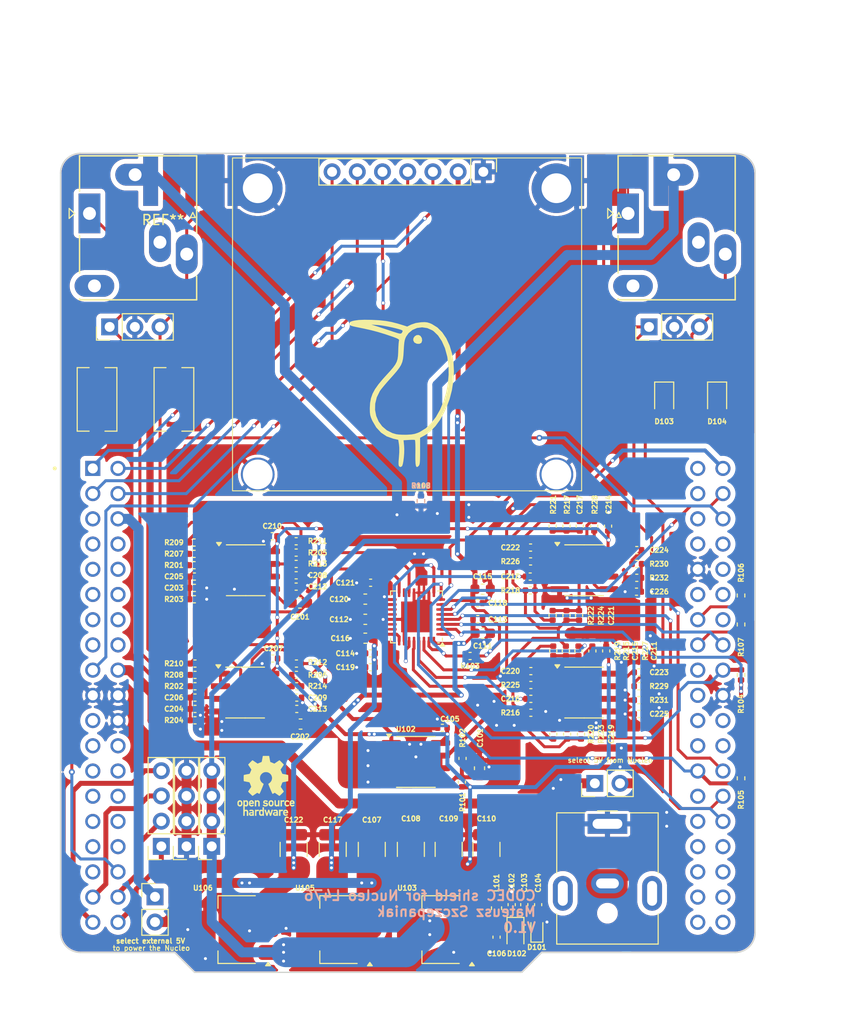
<source format=kicad_pcb>
(kicad_pcb (version 20240108) (generator "pcbnew") (generator_version "8.0")
  (layers (0 "F.Cu" signal) (31 "B.Cu" signal) (34 "B.Paste" user) (35 "F.Paste" user) (36 "B.SilkS" user "B.Silkscreen") (37 "F.SilkS" user "F.Silkscreen") (38 "B.Mask" user) (39 "F.Mask" user) (44 "Edge.Cuts" user))
  (net 0 "")
  (net 1 "+5V_filt")
  (net 2 "Net-(U102A-+)")
  (net 3 "Net-(D102-K)")
  (net 4 "GND")
  (net 5 "3V3")
  (net 6 "1.8VA")
  (net 7 "+3.3VA")
  (net 8 "Net-(U201B-+)")
  (net 9 "Net-(C201-Pad2)")
  (net 10 "Net-(U202B-+)")
  (net 11 "Net-(C202-Pad2)")
  (net 12 "Net-(C203-Pad1)")
  (net 13 "Net-(C204-Pad1)")
  (net 14 "Net-(U201A-+)")
  (net 15 "Net-(U202A-+)")
  (net 16 "Net-(C208-Pad1)")
  (net 17 "Net-(U201B--)")
  (net 18 "Net-(C209-Pad1)")
  (net 19 "Net-(U202B--)")
  (net 20 "Net-(C215-Pad2)")
  (net 21 "RIHGT_OUT-")
  (net 22 "RIGHT_OUT_+")
  (net 23 "Net-(C216-Pad2)")
  (net 24 "Net-(C217-Pad2)")
  (net 25 "LEFT_OUT_-")
  (net 26 "Net-(C218-Pad2)")
  (net 27 "LEFT_OUT_+")
  (net 28 "Net-(U204A--)")
  (net 29 "VBIAS_OUT")
  (net 30 "Net-(U204A-+)")
  (net 31 "Net-(C220-Pad2)")
  (net 32 "Net-(U203A--)")
  (net 33 "Net-(U203A-+)")
  (net 34 "Net-(C222-Pad2)")
  (net 35 "Net-(C223-Pad1)")
  (net 36 "Net-(U204B--)")
  (net 37 "Net-(U203B--)")
  (net 38 "Net-(C224-Pad1)")
  (net 39 "Net-(J202-Pin_1)")
  (net 40 "Net-(J202-Pin_3)")
  (net 41 "Net-(D101-K)")
  (net 42 "Vcc")
  (net 43 "/ADC_4")
  (net 44 "/ADC_1")
  (net 45 "/ADC_3")
  (net 46 "/ADC_2")
  (net 47 "/CODEC_NRST")
  (net 48 "Net-(J201-Pin_1)")
  (net 49 "Net-(J201-Pin_3)")
  (net 50 "VBIAS_IN")
  (net 51 "Net-(U201A--)")
  (net 52 "Net-(U202A--)")
  (net 53 "LEFT_INPUT")
  (net 54 "RIGHT_INPUT")
  (net 55 "Net-(U204B-+)")
  (net 56 "Net-(U203B-+)")
  (net 57 "Net-(D103-A)")
  (net 59 "Net-(D104-A)")
  (net 62 "/SPI_DC")
  (net 63 "/SPI_SCK")
  (net 66 "/SPI_CS")
  (net 67 "/SPI_MOSI")
  (net 69 "/LED2")
  (net 74 "/LED1")
  (net 77 "/SPI_RESET")
  (net 80 "/BTN1")
  (net 82 "/BTN2")
  (net 109 "E5V")
  (net 117 "/I2S_WS")
  (net 119 "/I2S_CK")
  (net 120 "/I2C_SDA")
  (net 123 "/I2S_MCK")
  (net 126 "/I2C_SCL")
  (net 127 "/I2S_SDO")
  (net 128 "/I2S_SDI")
  (net 129 "GNDA")
  (footprint "Capacitor_SMD:C_0603_1608Metric" (layer "F.Cu") (at 65.913 94.996 90)
    (property "Reference" "L101")
    (property "Value" "120R")
  )
  (footprint "Capacitor_SMD:C_0402_1005Metric" (layer "F.Cu") (at 69.342 58.674)
    (property "Reference" "C222")
    (property "Value" "68p")
  )
  (footprint "Capacitor_SMD:C_0402_1005Metric" (layer "F.Cu") (at 45.748 71.501)
    (property "Reference" "R212")
    (property "Value" "1k")
  )
  (footprint "Package_SO:SOIC-8_3.9x4.9mm_P1.27mm" (layer "F.Cu") (at 74.738 60.96)
    (property "Reference" "U203" (hide yes))
    (property "Value" "NE5532")
  )
  (footprint "Capacitor_SMD:C_0402_1005Metric" (layer "F.Cu") (at 80.044 61.722)
    (property "Reference" "R232")
    (property "Value" "47k")
  )
  (footprint "Capacitor_SMD:C_0402_1005Metric" (layer "F.Cu") (at 35.523 71.501)
    (property "Reference" "R208")
    (property "Value" "100k")
  )
  (footprint "Capacitor_SMD:C_0402_1005Metric" (layer "F.Cu") (at 68.707 94.643 90)
    (property "Reference" "C103")
    (property "Value" "2u2")
  )
  (footprint "Capacitor_SMD:C_0402_1005Metric" (layer "F.Cu") (at 35.461 61.595)
    (property "Reference" "C205")
    (property "Value" "1u")
  )
  (footprint "Capacitor_SMD:C_0402_1005Metric" (layer "F.Cu") (at 35.523 76.073 180)
    (property "Reference" "R204")
    (property "Value" "100k")
  )
  (footprint "Capacitor_SMD:C_0402_1005Metric" (layer "F.Cu") (at 74.422 77.47 90)
    (property "Reference" "C219")
    (property "Value" "68p")
  )
  (footprint "Capacitor_SMD:C_0603_1608Metric" (layer "F.Cu") (at 64.197 80.899 90)
    (property "Reference" "C101")
    (property "Value" "10u")
  )
  (footprint "Capacitor_SMD:C_0402_1005Metric" (layer "F.Cu") (at 72.96 65.504 -90)
    (property "Reference" "R224")
    (property "Value" "22k")
  )
  (footprint "Connector_Audio:Jack_3.5mm_Ledino_KB3SPRS_Horizontal" (layer "F.Cu") (at 24.892 25.019 -90)
    (property "Reference" "J201" (hide yes))
    (property "Value" "Conn_01x03_Socket")
  )
  (footprint "Resistor_SMD:R_0402_1005Metric" (layer "F.Cu") (at 90.551 81.915 -90)
    (property "Reference" "R105")
    (property "Value" "2k2")
  )
  (footprint "Diode_SMD:D_SOD-523" (layer "F.Cu") (at 69.977 97.155 90)
    (property "Reference" "D101")
    (property "Value" "CG0402MLU-12G" (hide yes))
  )
  (footprint "Capacitor_SMD:C_0402_1005Metric" (layer "F.Cu") (at 74.168 69.088 -90)
    (property "Reference" "C215")
    (property "Value" "4u7")
  )
  (footprint "Connector_PinHeader_2.54mm:PinHeader_1x03_P2.54mm_Vertical" (layer "F.Cu") (at 81.28 36.449 90)
    (property "Reference" "REF**" (hide yes))
    (property "Value" "PinHeader_1x03_P2.54mm_Vertical")
  )
  (footprint "Connector_PinSocket_2.54mm:PinSocket_1x04_P2.54mm_Vertical" (layer "F.Cu") (at 37.211 88.773 180)
    (property "Reference" "J107" (hide yes))
    (property "Value" "Conn_01x04_Socket")
  )
  (footprint "Capacitor_SMD:C_0402_1005Metric" (layer "F.Cu") (at 69.37 75.311 180)
    (property "Reference" "R216")
    (property "Value" "100k")
  )
  (footprint "Capacitor_SMD:C_1210_3225Metric" (layer "F.Cu") (at 49.403 89.076 90)
    (property "Reference" "C117")
    (property "Value" "47u")
  )
  (footprint "Capacitor_SMD:C_0402_1005Metric" (layer "F.Cu") (at 71.628 69.088 90)
    (property "Reference" "R219")
    (property "Value" "12k")
  )
  (footprint "Capacitor_SMD:C_1210_3225Metric" (layer "F.Cu") (at 64.897 89.076 90)
    (property "Reference" "C110")
    (property "Value" "47u")
  )
  (footprint "Capacitor_SMD:C_0402_1005Metric" (layer "F.Cu") (at 45.72 58.039 180)
    (property "Reference" "R205")
    (property "Value" "10k")
  )
  (footprint "Capacitor_SMD:C_0402_1005Metric" (layer "F.Cu") (at 69.305 61.595)
    (property "Reference" "C218")
    (property "Value" "4u7")
  )
  (footprint "Capacitor_SMD:C_0603_1608Metric" (layer "F.Cu") (at 52.6863 67.805 180)
    (property "Reference" "C116")
    (property "Value" "10u")
  )
  (footprint "Connector_Audio:Jack_3.5mm_Ledino_KB3SPRS_Horizontal" (layer "F.Cu") (at 79.1625 25.019 -90)
    (property "Reference" "J202" (hide yes))
    (property "Value" "Conn_01x03_Socket")
  )
  (footprint "Capacitor_SMD:C_0402_1005Metric" (layer "F.Cu") (at 75.565 69.088 -90)
    (property "Reference" "R227")
    (property "Value" "220")
  )
  (footprint "Capacitor_SMD:C_0402_1005Metric" (layer "F.Cu") (at 35.523 72.644)
    (property "Reference" "R202")
    (property "Value" "100")
  )
  (footprint "Resistor_SMD:R_0402_1005Metric" (layer "F.Cu") (at 90.551 66.421 90)
    (property "Reference" "R107")
    (property "Value" "1k")
  )
  (footprint "Capacitor_SMD:C_0402_1005Metric" (layer "F.Cu") (at 53.1943 70.726 180)
    (property "Reference" "C119")
    (property "Value" "100n")
  )
  (footprint "LED_SMD:LED_0805_2012Metric" (layer "F.Cu") (at 88.138 43.688 -90)
    (property "Reference" "D104")
    (property "Value" "LED")
  )
  (footprint "Package_TO_SOT_SMD:SOT-223-3_TabPin2" (layer "F.Cu") (at 39.751 97.155 180)
    (property "Reference" "U106")
    (property "Value" "LT1963AxST-1.8")
  )
  (footprint "Capacitor_SMD:C_0603_1608Metric" (layer "F.Cu") (at 46.101 64.262)
    (property "Reference" "C201")
    (property "Value" "10u")
  )
  (footprint "Capacitor_SMD:C_0402_1005Metric" (layer "F.Cu") (at 43.369 69.85 180)
    (property "Reference" "C207")
    (property "Value" "100n")
  )
  (footprint "Diode_SMD:D_SOD-323" (layer "F.Cu") (at 67.818 97.536 -90)
    (property "Reference" "D102")
    (property "Value" "BAT165AX")
  )
  (footprint "Capacitor_SMD:C_0402_1005Metric" (layer "F.Cu") (at 80.264 75.438 180)
    (property "Reference" "C225")
    (property "Value" "1n")
  )
  (footprint "Capacitor_SMD:C_0402_1005Metric" (layer "F.Cu") (at 45.782 72.644 180)
    (property "Reference" "C209")
    (property "Value" "4u7")
  )
  (footprint "NUCLEO-L476RG:MODULE_NUCLEO-L476RG" (layer "F.Cu") (at 56.9767 60.211)
    (property "Reference" "U101" (hide yes))
    (property "Value" "NUCLEO-L476RG")
    (fp_line (start -35 -39.25) (end -35 37.25) (stroke (width 0.127)) (layer "Edge.Cuts"))
    (fp_line (start -33 -41.25) (end 33 -41.25) (stroke (width 0.127)) (layer "Edge.Cuts"))
    (fp_line (start -33 39.25) (end -23.5 39.25) (stroke (width 0.127)) (layer "Edge.Cuts"))
    (fp_line (start -23.5 39.25) (end -21.5 41.25) (stroke (width 0.127)) (layer "Edge.Cuts"))
    (fp_line (start -21.5 41.25) (end 11.5 41.25) (stroke (width 0.127)) (layer "Edge.Cuts"))
    (fp_line (start 11.5 41.25) (end 13.5 39.25) (stroke (width 0.127)) (layer "Edge.Cuts"))
    (fp_line (start 13.5 39.25) (end 33 39.25) (stroke (width 0.127)) (layer "Edge.Cuts"))
    (fp_line (start 35 37.25) (end 35 -39.25) (stroke (width 0.127)) (layer "Edge.Cuts"))
    (fp_arc (start -35 -39.25) (mid -34.414214 -40.664214) (end -33 -41.25) (stroke (width 0.127)) (layer "Edge.Cuts"))
    (fp_arc (start -33 39.25) (mid -34.414214 38.664214) (end -35 37.25) (stroke (width 0.127)) (layer "Edge.Cuts"))
    (fp_arc (start 33 -41.25) (mid 34.414214 -40.664214) (end 35 -39.25) (stroke (width 0.127)) (layer "Edge.Cuts"))
    (fp_arc (start 35 37.25) (mid 34.414214 38.664214) (end 33 39.25) (stroke (width 0.127)) (layer "Edge.Cuts"))
  )
  (footprint "Capacitor_SMD:C_0402_1005Metric" (layer "F.Cu") (at 45.782 74.93 180)
    (property "Reference" "C213")
    (property "Value" "2n2")
  )
  (footprint "Capacitor_SMD:C_0402_1005Metric" (layer "F.Cu") (at 45.72 62.611 180)
    (property "Reference" "C212")
    (property "Value" "2n2")
  )
  (footprint "Capacitor_SMD:C_1210_3225Metric" (layer "F.Cu") (at 53.34 89.076 90)
    (property "Reference" "C107")
    (property "Value" "47u")
  )
  (footprint "Capacitor_SMD:C_0603_1608Metric" (layer "F.Cu") (at 46.163 76.454)
    (property "Reference" "C202")
    (property "Value" "10u")
  )
  (footprint "Capacitor_SMD:C_0402_1005Metric" (layer "F.Cu") (at 35.461 62.738)
    (property "Reference" "C203")
    (property "Value" "470p")
  )
  (footprint "Package_SO:SOIC-8_3.9x4.9mm_P1.27mm" (layer "F.Cu") (at 40.575 73.279)
    (property "Reference" "U202" (hide yes))
    (property "Value" "NE5532")
  )
  (footprint "Package_TO_SOT_SMD:SOT-223-3_TabPin2" (layer "F.Cu") (at 60.3 97.155 180)
    (property "Reference" "U103")
    (property "Value" "LT1117-3.3")
  )
  (footprint "Connector_Coaxial:SMA_Amphenol_132289_EdgeMount" (layer "F.Cu") (at 78.232 21.717 90)
    (property "Reference" "REF**" (hide yes))
    (property "Value" "SMA_Amphenol_132289_EdgeMount")
  )
  (footprint "Capacitor_SMD:C_0402_1005Metric" (layer "F.Cu") (at 35.523 74.93)
    (property "Reference" "C204")
    (property "Value" "470p")
  )
  (footprint "LED_SMD:LED_0805_2012Metric" (layer "F.Cu") (at 82.804 43.688 -90)
    (property "Reference" "D103")
    (property "Value" "LED")
  )
  (footprint "Resistor_SMD:R_0402_1005Metric" (layer "F.Cu") (at 90.551 63.5 90)
    (property "Reference" "R106")
    (property "Value" "1k")
  )
  (footprint "Capacitor_SMD:C_0402_1005Metric" (layer "F.Cu") (at 71.563 65.504 -90)
    (property "Reference" "R222")
    (property "Value" "12k")
  )
  (footprint "Capacitor_SMD:C_0402_1005Metric" (layer "F.Cu") (at 75.754 56.515 -90)
    (property "Reference" "R228")
    (property "Value" "220")
  )
  (footprint "Capacitor_SMD:C_0402_1005Metric" (layer "F.Cu") (at 74.23 65.504 90)
    (property "Reference" "C221")
    (property "Value" "68p")
  )
  (footprint "Capacitor_SMD:C_0402_1005Metric" (layer "F.Cu") (at 63.246 69.596 180)
    (property "Reference" "R103")
    (property "Value" "100k")
  )
  (footprint "Capacitor_SMD:C_0402_1005Metric" (layer "F.Cu") (at 72.96 56.515 90)
    (property "Reference" "R217")
    (property "Value" "100k")
  )
  (footprint "Capacitor_SMD:C_0402_1005Metric" (layer "F.Cu") (at 69.37 73.914)
    (property "Reference" "C216")
    (property "Value" "4u7")
  )
  (footprint "Capacitor_SMD:C_0603_1608Metric" (layer "F.Cu") (at 64.529 67.31)
    (property "Reference" "C111")
    (property "Value" "10u")
  )
  (footprint "Connector_PinHeader_2.54mm:PinHeader_1x03_P2.54mm_Vertical" (layer "F.Cu") (at 26.924 36.449 90)
    (property "Reference" "REF**" (hide yes))
    (property "Value" "PinHeader_1x03_P2.54mm_Vertical")
  )
  (footprint "Capacitor_SMD:C_1210_3225Metric" (layer "F.Cu") (at 45.466 89.076 90)
    (property "Reference" "C122")
    (property "Value" "47u")
  )
  (footprint "Connector_PinSocket_2.54mm:PinSocket_1x04_P2.54mm_Vertical" (layer "F.Cu") (at 32.131 88.773 180)
    (property "Reference" "J101" (hide yes))
    (property "Value" "Conn_01x04_Socket")
  )
  (footprint "Capacitor_SMD:C_0402_1005Metric" (layer "F.Cu") (at 80.016 63.119 180)
    (property "Reference" "C226")
    (property "Value" "1n")
  )
  (footprint "Package_SO:SOIC-8_3.9x4.9mm_P1.27mm" (layer "F.Cu") (at 74.738 73.279)
    (property "Reference" "U204" (hide yes))
    (property "Value" "NE5532")
  )
  (footprint "Capacitor_SMD:C_0402_1005Metric" (layer "F.Cu") (at 77.151 56.515 90)
    (property "Reference" "C214")
    (property "Value" "100n")
  )
  (footprint "Symbol:OSHW-Logo_5.7x6mm_SilkScreen" (layer "F.Cu") (at 42.672 82.677)
    (property "Reference" "REF**" (hide yes))
    (property "Value" "OSHW-Logo_5.7x6mm_SilkScreen" (hide yes))
  )
  (footprint "Capacitor_SMD:C_0402_1005Metric" (layer "F.Cu") (at 45.72 60.325 180)
    (property "Reference" "C208")
    (property "Value" "4u7")
  )
  (footprint "Package_DFN_QFN:VQFN-32-1EP_5x5mm_P0.5mm_EP3.1x3.1mm" (layer "F.Cu") (at 57.847 65.659 180)
    (property "Reference" "U104" (hide yes))
    (property "Value" "~")
  )
  (footprint "Capacitor_SMD:C_0402_1005Metric" (layer "F.Cu") (at 35.523 70.358)
    (property "Reference" "R210")
    (property "Value" "1k")
  )
  (footprint "Capacitor_SMD:C_0402_1005Metric" (layer "F.Cu") (at 67.437 94.643 -90)
    (property "Reference" "C102")
    (property "Value" "2u2")
  )
  (footprint "Capacitor_SMD:C_0402_1005Metric" (layer "F.Cu") (at 71.628 77.47 -90)
    (property "Reference" "R220")
    (property "Value" "12k")
  )
  (footprint "Capacitor_SMD:C_1210_3225Metric" (layer "F.Cu") (at 57.277 89.076 90)
    (property "Reference" "C108")
    (property "Value" "47u")
  )
  (footprint "Connector_PinSocket_2.54mm:PinSocket_1x04_P2.54mm_Vertical" (layer "F.Cu") (at 34.671 88.773 180)
    (property "Reference" "J108" (hide yes))
    (property "Value" "Conn_01x04_Socket")
  )
  (footprint "Capacitor_SMD:C_0402_1005Metric" (layer "F.Cu") (at 35.461 63.881 180)
    (property "Reference" "R203")
    (property "Value" "100k")
  )
  (footprint "Capacitor_SMD:C_0402_1005Metric" (layer "F.Cu") (at 35.523 73.787)
    (property "Reference" "C206")
    (property "Value" "1u")
  )
  (footprint "Capacitor_SMD:C_0402_1005Metric" (layer "F.Cu") (at 74.295 56.515 -90)
    (property "Reference" "C217")
    (property "Value" "4u7")
  )
  (footprint "Capacitor_SMD:C_0402_1005Metric" (layer "F.Cu") (at 53.1943 69.329 180)
    (property "Reference" "C114")
    (property "Value" "100n")
  )
  (footprint "Capacitor_SMD:C_0402_1005Metric" (layer "F.Cu") (at 80.264 71.247 180)
    (property "Reference" "C223")
    (property "Value" "4u7")
  )
  (footprint "Capacitor_SMD:C_0402_1005Metric" (layer "F.Cu") (at 62.419 82.296 90)
    (property "Reference" "R101")
    (property "Value" "4.7k")
  )
  (footprint "Capacitor_SMD:C_0402_1005Metric" (layer "F.Cu") (at 43.307 57.531 180)
    (property "Reference" "C210")
    (property "Value" "100n")
  )
  (footprint "Resistor_SMD:R_0402_1005Metric" (layer "F.Cu") (at 90.551 71.501 90)
    (property "Reference" "R104")
    (property "Value" "2k2")
  )
  (footprint "Capacitor_SMD:C_0402_1005Metric" (layer "F.Cu") (at 80.044 58.928 180)
    (property "Reference" "C224")
    (property "Value" "4u7")
  )
  (footprint "Capacitor_SMD:C_0402_1005Metric" (layer "F.Cu") (at 62.484 79.911 90)
    (property "Reference" "R102")
    (property "Value" "4.7k")
  )
  (footprint "Connector_BarrelJack:BarrelJack_CUI_PJ-063AH_Horizontal" (layer "F.Cu") (at 77.089 86.504)
    (property "Reference" "J106" (hide yes))
    (property "Value" "Screw_Terminal_01x02")
  )
  (footprint "Capacitor_SMD:C_0402_1005Metric" (layer "F.Cu") (at 35.433 60.452)
    (property "Reference" "R201")
    (property "Value" "100")
  )
  (footprint "Capacitor_SMD:C_0402_1005Metric" (layer "F.Cu") (at 35.433 58.166)
    (property "Reference" "R209")
    (property "Value" "1k")
  )
  (footprint "Capacitor_SMD:C_0402_1005Metric" (layer "F.Cu") (at 73.025 77.47 -90)
    (property "Reference" "R223")
    (property "Value" "22k")
  )
  (footprint "Capacitor_SMD:C_0603_1608Metric" (layer "F.Cu") (at 64.5103 62.865)
    (property "Reference" "C115")
    (property "Value" "10u")
  )
  (footprint "LOGO" (layer "F.Cu") (at 56.642 43.18)
    (property "Reference" "G***" (hide yes))
    (property "Value" "LOGO" (hide yes))
  )
  (footprint "Capacitor_SMD:C_0402_1005Metric" (layer "F.Cu") (at 45.72 59.182)
    (property "Reference" "R211")
    (property "Value" "1k")
  )
  (footprint "Capacitor_SMD:C_1210_3225Metric" (layer "F.Cu") (at 61.087 89.076 90)
    (property "Reference" "C109")
    (property "Value" "47u")
  )
  (footprint "Capacitor_SMD:C_0402_1005Metric" (layer "F.Cu") (at 80.264 72.644)
    (property "Reference" "R229")
    (property "Value" "100")
  )
  (footprint "Capacitor_SMD:C_0402_1005Metric" (layer "F.Cu") (at 69.37 72.517)
    (property "Reference" "R225")
    (property "Value" "22k")
  )
  (footprint "Capacitor_SMD:C_0603_1608Metric" (layer "F.Cu") (at 52.6863 65.9 180)
    (property "Reference" "C112")
    (property "Value" "10u")
  )
  (footprint "Capacitor_SMD:C_0402_1005Metric" (layer "F.Cu") (at 69.305 62.992 180)
    (property "Reference" "R218")
    (property "Value" "100k")
  )
  (footprint "Capacitor_SMD:C_0402_1005Metric" (layer "F.Cu") (at 71.563 56.515 90)
    (property "Reference" "R221")
    (property "Value" "12k")
  )
  (footprint "Capacitor_SMD:C_0402_1005Metric" (layer "F.Cu") (at 70.104 94.643 -90)
    (property "Reference" "C104")
    (property "Value" "2u2")
  )
  (footprint "Capacitor_SMD:C_0402_1005Metric" (layer "F.Cu") (at 45.748 70.358 180)
    (property "Reference" "R206")
    (property "Value" "10k")
  )
  (footprint "Connector_PinHeader_2.54mm:PinHeader_1x02_P2.54mm_Vertical" (layer "F.Cu") (at 31.496 93.853)
    (property "Reference" "select external 5V ")
    (property "Value" "Conn_01x02_Socket")
  )
  (footprint "Connector_Coaxial:SMA_Amphenol_132289_EdgeMount" (layer "F.Cu") (at 35.306 21.717 90)
    (property "Reference" "REF**")
    (property "Value" "SMA_Amphenol_132289_EdgeMount")
  )
  (footprint "Package_SO:SOIC-8_3.9x4.9mm_P1.27mm" (layer "F.Cu") (at 57.785 80.264)
    (property "Reference" "U102")
    (property "Value" "NE5532")
  )
  (footprint "Button_Switch_SMD:SW_Tactile_SPST_NO_Straight_CK_PTS636Sx25SMTRLFS" (layer "F.Cu") (at 33.401 43.75 90)
    (property "Reference" "SW101" (hide yes))
    (property "Value" "SW_Push")
  )
  (footprint "Capacitor_SMD:C_0402_1005Metric" (layer "F.Cu") (at 76.962 69.088 90)
    (property "Reference" "C211")
    (property "Value" "100n")
  )
  (footprint "Capacitor_SMD:C_0402_1005Metric" (layer "F.Cu") (at 69.342 60.071)
    (property "Reference" "R226")
    (property "Value" "22k")
  )
  (footprint "Resistor_SMD:R_0402_1005Metric" (layer "F.Cu") (at 58.293 53.975 -90)
    (property "Reference" "R108")
    (property "Value" "0")
  )
  (footprint "Package_SO:SOIC-8_3.9x4.9mm_P1.27mm" (layer "F.Cu") (at 40.64 60.96)
    (property "Reference" "U201" (hide yes))
    (property "Value" "NE5532")
  )
  (footprint "Capacitor_SMD:C_0402_1005Metric" (layer "F.Cu") (at 45.72 61.468)
    (property "Reference" "R213")
    (property "Value" "1k")
  )
  (footprint "Capacitor_SMD:C_0402_1005Metric" (layer "F.Cu") (at 80.044 60.325)
    (property "Reference" "R230")
    (property "Value" "100")
  )
  (footprint "Capacitor_SMD:C_0402_1005Metric" (layer "F.Cu") (at 72.898 69.088 90)
    (property "Reference" "R215")
    (property "Value" "100k")
  )
  (footprint "Capacitor_SMD:C_0402_1005Metric" (layer "F.Cu") (at 60.452 76.835 180)
    (property "Reference" "C105")
    (property "Value" "100n")
  )
  (footprint "Connector_PinHeader_2.54mm:PinHeader_1x02_P2.54mm_Vertical" (layer "F.Cu") (at 75.814 82.423 90)
    (property "Reference" "J102" (hide yes))
    (property "Value" "Conn_01x02_Socket")
  )
  (footprint "Capacitor_SMD:C_0402_1005Metric" (layer "F.Cu") (at 69.37 71.12)
    (property "Reference" "C220")
    (property "Value" "68p")
  )
  (footprint "Capacitor_SMD:C_0402_1005Metric" (layer "F.Cu") (at 35.433 59.309)
    (property "Reference" "R207")
    (property "Value" "100k")
  )
  (footprint "Capacitor_SMD:C_0402_1005Metric" (layer "F.Cu") (at 45.782 73.787)
    (property "Reference" "R214")
    (property "Value" "1k")
  )
  (footprint "Capacitor_SMD:C_0603_1608Metric" (layer "F.Cu") (at 52.6863 63.868 180)
    (property "Reference" "C120")
    (property "Value" "10u")
  )
  (footprint "Capacitor_SMD:C_0402_1005Metric" (layer "F.Cu") (at 53.2223 62.217 180)
    (property "Reference" "C121")
    (property "Value" "100n")
  )
  (footprint "Capacitor_SMD:C_0402_1005Metric" (layer "F.Cu") (at 64.0023 64.262)
    (property "Reference" "C118")
    (property "Value" "100n")
  )
  (footprint "Package_TO_SOT_SMD:SOT-223-3_TabPin2" (layer "F.Cu") (at 50.013 97.155 180)
    (property "Reference" "U105")
    (property "Value" "LT1117-3.3")
  )
  (footprint "Capacitor_SMD:C_0402_1005Metric" (layer "F.Cu") (at 65.913 97.917 -90)
    (property "Reference" "C106")
    (property "Value" "2u2")
  )
  (footprint "Connector_PinHeader_2.54mm:PinHeader_1x07_P2.54mm_Vertical" (layer "F.Cu") (at 64.5795 20.828 -90)
    (property "Reference" "J103" (hide yes))
    (property "Value" "OLED SPI")
  )
  (footprint "Button_Switch_SMD:SW_Tactile_SPST_NO_Straight_CK_PTS636Sx25SMTRLFS" (layer "F.Cu") (at 25.654 43.75 90)
    (property "Reference" "SW102" (hide yes))
    (property "Value" "SW_Push")
  )
  (footprint "Capacitor_SMD:C_0402_1005Metric" (layer "F.Cu") (at 64.021 65.885)
    (property "Reference" "C113")
    (property "Value" "100n")
  )
  (footprint "Capacitor_SMD:C_0402_1005Metric" (layer "F.Cu") (at 80.264 74.041)
    (property "Reference" "R231")
    (property "Value" "47k")
  )
  (footprint "Resistor_SMD:R_0402_1005Metric" (layer "B.Cu") (at 58.293 53.975 -90)
    (property "Reference" "R108")
    (property "Value" "0")
  )
  (gr_text "CODEC shield for Nucleo L476\nMateusz Szczepaniak\nV1.0" (at 69.977 97.536 0) (layer "B.SilkS") (effects (font (size 1 1) (thickness 0.2) (bold yes)) (justify left bottom mirror)))
  (gr_text "to power the Nucleo" (at 27.178 99.314 0) (layer "F.SilkS") (effects (font (size 0.5 0.5) (thickness 0.1) (bold yes)) (justify left bottom)))
  (gr_text "select 5V from Nucleo" (at 73.025 80.391 0) (layer "F.SilkS") (effects (font (size 0.5 0.5) (thickness 0.1)) (justify left bottom)))
  (segment (start 60.932 77.442) (end 60.96 77.47) (width 0.4) (layer "F.Cu") (net 1))
  (segment (start 62.419 82.776) (end 63.218 82.776) (width 0.5) (layer "F.Cu") (net 1))
  (segment (start 43.849 70.575) (end 43.849 69.85) (width 0.3) (layer "F.Cu") (net 1))
  (segment (start 77.151 57.847) (end 77.216 57.912) (width 0.3) (layer "F.Cu") (net 1))
  (segment (start 43.787 58.321) (end 43.787 58.383) (width 0.3) (layer "F.Cu") (net 1))
  (segment (start 41.021 92.456) (end 36.576 92.456) (width 1) (layer "F.Cu") (net 1))
  (segment (start 43.787 58.383) (end 43.115 59.055) (width 0.3) (layer "F.Cu") (net 1))
  (segment (start 32.639 96.393) (end 31.496 96.393) (width 1) (layer "F.Cu") (net 1))
  (segment (start 77.216 70.485) (end 77.213 70.482) (width 0.3) (layer "F.Cu") (net 1))
  (segment (start 43.05 71.374) (end 43.812 70.612) (width 0.3) (layer "F.Cu") (net 1))
  (segment (start 77.213 69.819) (end 76.962 69.568) (width 0.3) (layer "F.Cu") (net 1))
  (segment (start 43.815 70.612) (end 43.815 70.609) (width 0.3) (layer "F.Cu") (net 1))
  (segment (start 60.932 77.687) (end 60.26 78.359) (width 0.4) (layer "F.Cu") (net 1))
  (segment (start 77.151 57.977) (end 77.151 58.993) (width 0.3) (layer "F.Cu") (net 1))
  (segment (start 43.815 58.293) (end 43.787 58.321) (width 0.3) (layer "F.Cu") (net 1))
  (segment (start 77.213 70.482) (end 77.213 69.819) (width 0.3) (layer "F.Cu") (net 1))
  (segment (start 43.787 58.265) (end 43.815 58.293) (width 0.3) (layer "F.Cu") (net 1))
  (segment (start 43.812 70.612) (end 43.815 70.612) (width 0.3) (layer "F.Cu") (net 1))
  (segment (start 43.787 57.531) (end 43.787 58.265) (width 0.3) (layer "F.Cu") (net 1))
  (segment (start 53.594 77.47) (end 50.673 77.47) (width 0.4) (layer "F.Cu") (net 1))
  (segment (start 77.213 71.374) (end 77.213 70.488) (width 0.3) (layer "F.Cu") (net 1))
  (segment (start 50.673 77.47) (end 47.244 74.041) (width 0.4) (layer "F.Cu") (net 1))
  (segment (start 47.752 56.769) (end 62.992 56.769) (width 0.3) (layer "F.Cu") (net 1))
  (segment (start 36.576 92.456) (end 32.639 96.393) (width 1) (layer "F.Cu") (net 1))
  (segment (start 63.246 82.804) (end 63.218 82.776) (width 0.5) (layer "F.Cu") (net 1))
  (segment (start 43.815 65.701) (end 43.815 67.818) (width 0.3) (layer "F.Cu") (net 1))
  (segment (start 60.932 76.835) (end 60.932 77.442) (width 0.4) (layer "F.Cu") (net 1))
  (segment (start 77.151 58.993) (end 77.213 59.055) (width 0.3) (layer "F.Cu") (net 1))
  (segment (start 60.932 77.498) (end 60.932 77.687) (width 0.4) (layer "F.Cu") (net 1))
  (segment (start 77.151 56.995) (end 77.151 57.847) (width 0.3) (layer "F.Cu") (net 1))
  (segment (start 43.815 70.609) (end 43.849 70.575) (width 0.3) (layer "F.Cu") (net 1))
  (segment (start 77.216 57.912) (end 77.151 57.977) (width 0.3) (layer "F.Cu") (net 1))
  (segment (start 77.213 70.488) (end 77.216 70.485) (width 0.3) (layer "F.Cu") (net 1))
  (segment (start 60.96 77.47) (end 60.932 77.498) (width 0.4) (layer "F.Cu") (net 1))
  (via (at 41.021 92.456) (size 0.6) (drill 0.3) (layers "F.Cu" "B.Cu") (net 1))
  (via (at 62.992 56.769) (size 0.4) (drill 0.3) (layers "F.Cu" "B.Cu") (net 1))
  (via (at 43.815 58.293) (size 0.4) (drill 0.3) (layers "F.Cu" "B.Cu") (net 1))
  (via (at 43.815 65.701) (size 0.4) (drill 0.3) (layers "F.Cu" "B.Cu") (net 1))
  (via (at 62.992 90.551) (size 0.4) (drill 0.3) (layers "F.Cu" "B.Cu") (net 1))
  (via (at 77.216 70.485) (size 0.4) (drill 0.3) (layers "F.Cu" "B.Cu") (net 1))
  (via (at 43.815 67.818) (size 0.4) (drill 0.3) (layers "F.Cu" "B.Cu") (net 1))
  (via (at 47.625 74.422) (size 0.4) (drill 0.3) (layers "F.Cu" "B.Cu") (net 1))
  (via (at 60.96 77.47) (size 0.4) (drill 0.3) (layers "F.Cu" "B.Cu") (net 1))
  (via (at 47.752 56.769) (size 0.4) (drill 0.3) (layers "F.Cu" "B.Cu") (net 1))
  (via (at 53.594 77.47) (size 0.4) (drill 0.3) (layers "F.Cu" "B.Cu") (net 1))
  (via (at 77.216 57.912) (size 0.4) (drill 0.3) (layers "F.Cu" "B.Cu") (net 1))
  (via (at 53.34 92.456) (size 0.6) (drill 0.3) (layers "F.Cu" "B.Cu") (net 1))
  (via (at 43.815 70.612) (size 0.4) (drill 0.3) (layers "F.Cu" "B.Cu") (net 1))
  (via (at 47.244 74.041) (size 0.4) (drill 0.3) (layers "F.Cu" "B.Cu") (net 1))
  (via (at 63.246 82.804) (size 0.4) (drill 0.3) (layers "F.Cu" "B.Cu") (net 1))
  (via (at 63.246 90.043) (size 0.4) (drill 0.3) (layers "F.Cu" "B.Cu") (net 1))
  (via (at 40.259 92.456) (size 0.6) (drill 0.3) (layers "F.Cu" "B.Cu") (net 1))
  (via (at 52.324 92.456) (size 0.6) (drill 0.3) (layers "F.Cu" "B.Cu") (net 1))
  (via (at 53.086 77.47) (size 0.4) (drill 0.3) (layers "F.Cu" "B.Cu") (net 1))
  (segment (start 43.942 57.531) (end 44.704 56.769) (width 0.3) (layer "B.Cu") (net 1))
  (segment (start 45.085 56.769) (end 47.752 56.769) (width 0.3) (layer "B.Cu") (net 1))
  (segment (start 47.625 74.422) (end 47.244 74.041) (width 0.4) (layer "B.Cu") (net 1))
  (segment (start 60.96 77.47) (end 60.96 80.518) (width 0.4) (layer "B.Cu") (net 1))
  (segment (start 60.96 77.47) (end 53.594 77.47) (width 0.4) (layer "B.Cu") (net 1))
  (segment (start 63.246 90.297) (end 62.992 90.551) (width 0.4) (layer "B.Cu") (net 1))
  (segment (start 69.85 82.804) (end 71.882 80.772) (width 0.4) (layer "B.Cu") (net 1))
  (segment (start 47.244 74.041) (end 43.815 70.612) (width 0.4) (layer "B.Cu") (net 1))
  (segment (start 71.882 80.772) (end 76.2 80.772) (width 0.4) (layer "B.Cu") (net 1))
  (segment (start 77.216 79.756) (end 77.216 70.485) (width 0.4) (layer "B.Cu") (net 1))
  (segment (start 43.815 70.612) (end 43.815 67.818) (width 0.3) (layer "B.Cu") (net 1))
  (segment (start 76.073 56.769) (end 77.216 57.912) (width 0.3) (layer "B.Cu") (net 1))
  (segment (start 41.021 92.456) (end 40.259 92.456) (width 1) (layer "B.Cu") (net 1))
  (segment (start 43.942 58.166) (end 43.942 57.531) (width 0.3) (layer "B.Cu") (net 1))
  (segment (start 53.594 77.47) (end 53.086 77.47) (width 0.4) (layer "B.Cu") (net 1))
  (segment (start 60.96 80.518) (end 63.246 82.804) (width 0.4) (layer "B.Cu") (net 1))
  (segment (start 63.246 90.043) (end 63.246 90.297) (width 0.4) (layer "B.Cu") (net 1))
  (segment (start 76.2 80.772) (end 77.216 79.756) (width 0.4) (layer "B.Cu") (net 1))
  (segment (start 63.246 82.804) (end 69.85 82.804) (width 0.4) (layer "B.Cu") (net 1))
  (segment (start 44.704 56.769) (end 45.085 56.769) (width 0.3) (layer "B.Cu") (net 1))
  (segment (start 63.246 82.804) (end 63.246 90.043) (width 0.4) (layer "B.Cu") (net 1))
  (segment (start 53.34 92.456) (end 41.021 92.456) (width 1) (layer "B.Cu") (net 1))
  (segment (start 43.815 58.293) (end 43.942 58.166) (width 0.3) (layer "B.Cu") (net 1))
  (segment (start 62.992 56.769) (end 76.073 56.769) (width 0.3) (layer "B.Cu") (net 1))
  (segment (start 43.815 65.701) (end 43.815 58.293) (width 0.3) (layer "B.Cu") (net 1))
  (segment (start 55.31 80.899) (end 56.642 80.899) (width 0.4) (layer "F.Cu") (net 2))
  (segment (start 61.821 81.816) (end 62.419 81.816) (width 0.4) (layer "F.Cu") (net 2))
  (segment (start 61.468 82.169) (end 61.821 81.816) (width 0.4) (layer "F.Cu") (net 2))
  (segment (start 56.642 80.899) (end 57.912 82.169) (width 0.4) (layer "F.Cu") (net 2))
  (segment (start 57.912 82.169) (end 60.26 82.169) (width 0.4) (layer "F.Cu") (net 2))
  (segment (start 62.419 80.391) (end 62.419 81.816) (width 0.4) (layer "F.Cu") (net 2))
  (segment (start 62.419 81.816) (end 64.055 81.816) (width 0.4) (layer "F.Cu") (net 2))
  (segment (start 60.26 82.169) (end 61.468 82.169) (width 0.4) (layer "F.Cu") (net 2))
  (segment (start 64.055 81.816) (end 64.197 81.674) (width 0.4) (layer "F.Cu") (net 2))
  (segment (start 70.104 95.123) (end 70.104 96.328) (width 0.3) (layer "F.Cu") (net 4))
  (segment (start 70.104 96.328) (end 69.977 96.455) (width 0.3) (layer "F.Cu") (net 4))
  (segment (start 65.2853 62.865) (end 65.2853 57.0157) (width 0.3) (layer "F.Cu") (net 4))
  (segment (start 67.437 94.163) (end 67.437 93.345) (width 0.3) (layer "F.Cu") (net 4))
  (segment (start 67.437 93.345) (end 67.437 92.837) (width 0.3) (layer "F.Cu") (net 4))
  (segment (start 64.643 64.262) (end 65.151 63.754) (width 0.3) (layer "F.Cu") (net 4))
  (segment (start 67.700154 94.163) (end 68.660154 95.123) (width 0.3) (layer "F.Cu") (net 4))
  (segment (start 65.151 63.754) (end 65.2853 63.6197) (width 0.3) (layer "F.Cu") (net 4))
  (segment (start 68.707 95.123) (end 70.104 95.123) (width 0.3) (layer "F.Cu") (net 4))
  (segment (start 34.671 81.153) (end 34.671 88.773) (width 1) (layer "F.Cu") (net 4))
  (segment (start 67.437 94.163) (end 67.700154 94.163) (width 0.3) (layer "F.Cu") (net 4))
  (segment (start 61.329 64.909) (end 61.595 64.643) (width 0.3) (layer "F.Cu") (net 4))
  (segment (start 60.2845 64.909) (end 61.329 64.909) (width 0.3) (layer "F.Cu") (net 4))
  (segment (start 65.2853 63.6197) (end 65.2853 62.865) (width 0.3) (layer "F.Cu") (net 4))
  (segment (start 64.4823 64.262) (end 64.643 64.262) (width 0.3) (layer "F.Cu") (net 4))
  (segment (start 65.2853 57.0157) (end 67.564 54.737) (width 0.3) (layer "F.Cu") (net 4))
  (segment (start 68.660154 95.123) (end 68.707 95.123) (width 0.3) (layer "F.Cu") (net 4))
  (via (at 78.359 80.772) (size 0.4) (drill 0.3) (layers "F.Cu" "B.Cu") (net 4))
  (via (at 78.486 78.867) (size 0.4) (drill 0.3) (layers "F.Cu" "B.Cu") (net 4))
  (via (at 82.296 73.406) (size 0.4) (drill 0.3) (layers "F.Cu" "B.Cu") (net 4))
  (via (at 65.278 99.441) (size 0.4) (drill 0.3) (layers "F.Cu" "B.Cu") (net 4))
  (via (at 67.437 93.345) (size 0.4) (drill 0.3) (layers "F.Cu" "B.Cu") (net 4))
  (via (at 44.704 97.028) (size 0.4) (drill 0.3) (layers "F.Cu" "B.Cu") (net 4))
  (via (at 70.993 96.393) (size 0.4) (drill 0.3) (layers "F.Cu" "B.Cu") (net 4))
  (via (at 36.576 100.076) (size 0.4) (drill 0.3) (layers "F.Cu" "B.Cu") (net 4))
  (via (at 81.407 67.564) (size 0.4) (drill 0.3) (layers "F.Cu" "B.Cu") (net 4))
  (via (at 67.564 54.737) (size 0.4) (drill 0.3) (layers "F.Cu" "B.Cu") (net 4))
  (via (at 81.661 61.849) (size 0.4) (drill 0.3) (layers "F.Cu" "B.Cu") (net 4))
  (via (at 65.151 63.754) (size 0.4) (drill 0.3) (layers "F.Cu" "B.Cu") (net 4))
  (via (at 83.058 85.344) (size 0.4) (drill 0.3) (layers "F.Cu" "B.Cu") (net 4))
  (via (at 83.058 86.741) (size 0.4) (drill 0.3) (layers "F.Cu" "B.Cu") (net 4))
  (via (at 61.595 99.441) (size 0.4) (drill 0.3) (layers "F.Cu" "B.Cu") (net 4))
  (via (at 81.534 63.119) (size 0.4) (drill 0.3) (layers "F.Cu" "B.Cu") (net 4))
  (via (at 41.021 97.282) (size 0.4) (drill 0.3) (layers "F.Cu" "B.Cu") (net 4))
  (via (at 34.798 97.155) (size 0.4) (drill 0.3) (layers "F.Cu" "B.Cu") (net 4))
  (via (at 72.39 82.042) (size 0.4) (drill 0.3) (layers "F.Cu" "B.Cu") (net 4))
  (via (at 81.788 70.612) (size 0.4) (drill 0.3) (layers "F.Cu" "B.Cu") (net 4))
  (via (at 71.628 82.931) (size 0.4) (drill 0.3) (layers "F.Cu" "B.Cu") (net 4))
  (via (at 61.595 64.643) (size 0.4) (drill 0.3) (layers "F.Cu" "B.Cu") (net 4))
  (via (at 82.296 74.803) (size 0.4) (drill 0.3) (layers "F.Cu" "B.Cu") (net 4))
  (via (at 67.437 92.837) (size 0.4) (drill 0.3) (layers "F.Cu" "B.Cu") (net 4))
  (segment (start 68.5165 54.737) (end 67.564 54.737) (width 0.3) (layer "B.Cu") (net 4))
  (segment (start 62.484 63.754) (end 61.595 64.643) (width 0.3) (layer "B.Cu") (net 4))
  (segment (start 71.9455 51.308) (end 68.5165 54.737) (width 0.3) (layer "B.Cu") (net 4))
  (segment (start 65.151 63.754) (end 62.484 63.754) (width 0.3) (layer "B.Cu") (net 4))
  (segment (start 37.211 81.153) (end 37.211 88.773) (width 1) (layer "F.Cu") (net 5))
  (segment (start 63.5223 64.262) (end 63.2683 64.008) (width 0.3) (layer "F.Cu") (net 5))
  (segment (start 66.208 68.199) (end 66.208 66.585154) (width 0.3) (layer "F.Cu") (net 5))
  (segment (start 65.319 69.088) (end 66.208 68.199) (width 0.3) (layer "F.Cu") (net 5))
  (segment (start 63.5223 64.6653) (end 63.5223 64.262) (width 0.3) (layer "F.Cu") (net 5))
  (segment (start 64.897 69.469) (end 64.897 69.51) (width 0.3) (layer "F.Cu") (net 5))
  (segment (start 60.807096 64.409) (end 60.2845 64.409) (width 0.3) (layer "F.Cu") (net 5))
  (segment (start 64.897 69.51) (end 64.811 69.596) (width 0.3) (layer "F.Cu") (net 5))
  (segment (start 61.208096 64.008) (end 60.807096 64.409) (width 0.3) (layer "F.Cu") (net 5))
  (segment (start 44.45 99.441) (end 44.45 98.679) (width 1) (layer "F.Cu") (net 5))
  (segment (start 44.436 99.455) (end 42.901 99.455) (width 1) (layer "F.Cu") (net 5))
  (segment (start 61.976 46.101) (end 62.0395 46.0375) (width 0.5) (layer "F.Cu") (net 5))
  (segment (start 63.5223 63.078) (end 63.5223 64.262) (width 0.5) (layer "F.Cu") (net 5))
  (segment (start 63.7353 61.0683) (end 63.7353 62.865) (width 0.5) (layer "F.Cu") (net 5))
  (segment (start 65.278 69.129) (end 64.938 69.469) (width 0.3) (layer "F.Cu") (net 5))
  (segment (start 64.646846 65.024) (end 63.881 65.024) (width 0.3) (layer "F.Cu") (net 5))
  (segment (start 65.278 69.088) (end 65.278 69.129) (width 0.3) (layer "F.Cu") (net 5))
  (segment (start 64.811 69.596) (end 63.726 69.596) (width 0.3) (layer "F.Cu") (net 5))
  (segment (start 90.551 81.405) (end 90.551 72.011) (width 0.4) (layer "F.Cu") (net 5))
  (segment (start 78.359 68.707) (end 80.772 68.707) (width 0.3) (layer "F.Cu") (net 5))
  (segment (start 44.45 100.33) (end 44.45 100.203) (width 1) (layer "F.Cu") (net 5))
  (segment (start 62.0395 46.0375) (end 62.0395 20.828) (width 0.5) (layer "F.Cu") (net 5))
  (segment (start 66.208 66.585154) (end 64.646846 65.024) (width 0.3) (layer "F.Cu") (net 5))
  (segment (start 44.45 99.441) (end 44.45 100.33) (width 1) (layer "F.Cu") (net 5))
  (segment (start 63.881 65.024) (end 63.5223 64.6653) (width 0.3) (layer "F.Cu") (net 5))
  (segment (start 64.938 69.469) (end 64.897 69.469) (width 0.3) (layer "F.Cu") (net 5))
  (segment (start 65.278 69.088) (end 65.319 69.088) (width 0.3) (layer "F.Cu") (net 5))
  (segment (start 61.976 59.309) (end 63.7353 61.0683) (width 0.5) (layer "F.Cu") (net 5))
  (segment (start 63.2683 64.008) (end 61.208096 64.008) (width 0.3) (layer "F.Cu") (net 5))
  (segment (start 44.45 98.679) (end 44.45 98.806) (width 1) (layer "F.Cu") (net 5))
  (segment (start 63.7353 62.865) (end 63.5223 63.078) (width 0.5) (layer "F.Cu") (net 5))
  (via (at 65.278 69.088) (size 0.4) (drill 0.3) (layers "F.Cu" "B.Cu") (net 5))
  (via (at 61.976 59.309) (size 0.4) (drill 0.3) (layers "F.Cu" "B.Cu") (net 5))
  (via (at 44.45 99.441) (size 0.6) (drill 0.3) (layers "F.Cu" "B.Cu") (net 5))
  (via (at 61.976 45.466) (size 0.4) (drill 0.3) (layers "F.Cu" "B.Cu") (net 5))
  (via (at 44.45 100.33) (size 0.6) (drill 0.3) (layers "F.Cu" "B.Cu") (net 5))
  (via (at 59.182 97.663) (size 0.6) (drill 0.3) (layers "F.Cu" "B.Cu") (net 5))
  (via (at 78.359 68.707) (size 0.4) (drill 0.3) (layers "F.Cu" "B.Cu") (net 5))
  (via (at 80.772 68.707) (size 0.4) (drill 0.3) (layers "F.Cu" "B.Cu") (net 5))
  (via (at 90.551 73.152) (size 0.4) (drill 0.3) (layers "F.Cu" "B.Cu") (net 5))
  (via (at 90.551 72.517) (size 0.4) (drill 0.3) (layers "F.Cu" "B.Cu") (net 5))
  (via (at 44.45 98.679) (size 0.6) (drill 0.3) (layers "F.Cu" "B.Cu") (net 5))
  (via (at 64.897 69.469) (size 0.4) (drill 0.3) (layers "F.Cu" "B.Cu") (net 5))
  (via (at 59.182 96.266) (size 0.6) (drill 0.3) (layers "F.Cu" "B.Cu") (net 5))
  (via (at 61.976 46.101) (size 0.4) (drill 0.3) (layers "F.Cu" "B.Cu") (net 5))
  (segment (start 90.551 72.517) (end 90.551 73.152) (width 0.3) (layer "B.Cu") (net 5))
  (segment (start 56.769 99.441) (end 44.704 99.441) (width 3) (layer "B.Cu") (net 5))
  (segment (start 37.211 88.773) (end 37.211 96.393) (width 1) (layer "B.Cu") (net 5))
  (segment (start 66.362983 68.003017) (end 77.655017 68.003017) (width 0.3) (layer "B.Cu") (net 5))
  (segment (start 81.788 69.723) (end 89.789 69.723) (width 0.3) (layer "B.Cu") (net 5))
  (segment (start 59.055 97.155) (end 59.182 97.028) (width 3) (layer "B.Cu") (net 5))
  (segment (start 64.897 69.469) (end 66.362983 68.003017) (width 0.3) (layer "B.Cu") (net 5))
  (segment (start 77.655017 68.003017) (end 78.105 68.453) (width 0.3) (layer "B.Cu") (net 5))
  (segment (start 58.547 97.663) (end 56.769 99.441) (width 3) (layer "B.Cu") (net 5))
  (segment (start 61.976 58.039) (end 52.578 58.039) (width 0.5) (layer "B.Cu") (net 5))
  (segment (start 78.105 68.453) (end 78.359 68.707) (width 0.3) (layer "B.Cu") (net 5))
  (segment (start 37.211 73.406) (end 37.211 81.153) (width 0.5) (layer "B.Cu") (net 5))
  (segment (start 61.976 46.101) (end 61.976 45.466) (width 0.5) (layer "B.Cu") (net 5))
  (segment (start 90.551 70.485) (end 90.551 72.517) (width 0.3) (layer "B.Cu") (net 5))
  (segment (start 89.789 69.723) (end 90.551 70.485) (width 0.3) (layer "B.Cu") (net 5))
  (segment (start 37.211 96.393) (end 40.259 99.441) (width 1) (layer "B.Cu") (net 5))
  (segment (start 80.772 68.707) (end 81.788 69.723) (width 0.3) (layer "B.Cu") (net 5))
  (segment (start 61.976 59.309) (end 61.976 58.039) (width 0.5) (layer "B.Cu") (net 5))
  (segment (start 61.976 46.101) (end 61.976 58.039) (width 0.5) (layer "B.Cu") (net 5))
  (segment (start 52.578 58.039) (end 37.211 73.406) (width 0.5) (layer "B.Cu") (net 5))
  (segment (start 40.259 99.441) (end 44.45 99.441) (width 1) (layer "B.Cu") (net 5))
  (segment (start 62.611 68.326) (end 62.103 68.326) (width 0.3) (layer "F.Cu") (net 6))
  (segment (start 59.8265 68.326) (end 59.597 68.0965) (width 0.3) (layer "F.Cu") (net 6))
  (segment (start 51.562 74.422) (end 52.451 73.533) (width 0.5) (layer "F.Cu") (net 6))
  (segment (start 63.541 67.097) (end 63.754 67.31) (width 0.5) (layer "F.Cu") (net 6))
  (segment (start 63.541 65.885) (end 63.541 67.097) (width 0.5) (layer "F.Cu") (net 6))
  (segment (start 63.754 67.31) (end 62.738 68.326) (width 0.3) (layer "F.Cu") (net 6))
  (segment (start 62.738 68.326) (end 62.611 68.326) (width 0.3) (layer "F.Cu") (net 6))
  (segment (start 62.103 68.326) (end 59.8265 68.326) (width 0.3) (layer "F.Cu") (net 6))
  (segment (start 52.451 73.533) (end 62.357 73.533) (width 0.5) (layer "F.Cu") (net 6))
  (via (at 51.562 74.422) (size 0.4) (drill 0.3) (layers "F.Cu" "B.Cu") (net 6))
  (via (at 45.466 90.424) (size 0.4) (drill 0.3) (layers "F.Cu" "B.Cu") (net 6))
  (via (at 62.611 68.326) (size 0.4) (drill 0.3) (layers "F.Cu" "B.Cu") (net 6))
  (via (at 45.466 90.932) (size 0.4) (drill 0.3) (layers "F.Cu" "B.Cu") (net 6))
  (via (at 62.103 68.326) (size 0.4) (drill 0.3) (layers "F.Cu" "B.Cu") (net 6))
  (via (at 45.466 89.916) (size 0.4) (drill 0.3) (layers "F.Cu" "B.Cu") (net 6))
  (via (at 51.943 74.041) (size 0.4) (drill 0.3) (layers "F.Cu" "B.Cu") (net 6))
  (via (at 62.357 73.533) (size 0.4) (drill 0.3) (layers "F.Cu" "B.Cu") (net 6))
  (segment (start 61.722 72.898) (end 61.722 68.326) (width 0.5) (layer "B.Cu") (net 6))
  (segment (start 61.722 68.326) (end 62.611 68.326) (width 0.5) (layer "B.Cu") (net 6))
  (segment (start 62.357 73.533) (end 61.722 72.898) (width 0.5) (layer "B.Cu") (net 6))
  (segment (start 45.466 90.932) (end 45.466 80.518) (width 0.5) (layer "B.Cu") (net 6))
  (segment (start 45.466 80.518) (end 51.562 74.422) (width 0.5) (layer "B.Cu") (net 6))
  (segment (start 62.611 68.326) (end 61.976 68.326) (width 0.3) (layer "B.Cu") (net 6))
  (segment (start 51.562 74.422) (end 51.943 74.041) (width 0.5) (layer "B.Cu") (net 6))
  (segment (start 53.594 68.58) (end 53.6743 68.4997) (width 0.5) (layer "F.Cu") (net 7))
  (segment (start 55.852 67.409) (end 55.4095 67.409) (width 0.3) (layer "F.Cu") (net 7))
  (segment (start 55.4095 67.409) (end 53.8573 67.409) (width 0.3) (layer "F.Cu") (net 7))
  (segment (start 53.7023 62.217) (end 53.7023 63.627) (width 0.5) (layer "F.Cu") (net 7))
  (segment (start 53.7023 63.627) (end 53.4613 63.868) (width 0.5) (layer "F.Cu") (net 7))
  (segment (start 55.4095 64.409) (end 53.5683 64.409) (width 0.3) (layer "F.Cu") (net 7))
  (segment (start 56.097 68.0965) (end 56.097 67.654) (width 0.3) (layer "F.Cu") (net 7))
  (segment (start 53.6743 70.726) (end 53.6743 70.0573) (width 0.5) (layer "F.Cu") (net 7))
  (segment (start 53.4613 64.516) (end 53.4613 67.805) (width 0.5) (layer "F.Cu") (net 7))
  (segment (start 53.4613 63.868) (end 53.4613 64.516) (width 0.5) (layer "F.Cu") (net 7))
  (segment (start 53.6743 70.0573) (end 53.594 69.977) (width 0.5) (layer "F.Cu") (net 7))
  (segment (start 53.6743 68.4997) (end 53.6743 68.018) (width 0.5) (layer "F.Cu") (net 7))
  (segment (start 53.8573 67.409) (end 53.4613 67.805) (width 0.3) (layer "F.Cu") (net 7))
  (segment (start 53.594 69.977) (end 53.594 69.4093) (width 0.5) (layer "F.Cu") (net 7))
  (segment (start 53.5683 64.409) (end 53.4613 64.516) (width 0.3) (layer "F.Cu") (net 7))
  (segment (start 53.594 69.4093) (end 53.6743 69.329) (width 0.5) (layer "F.Cu") (net 7))
  (segment (start 53.6743 68.018) (end 53.4613 67.805) (width 0.5) (layer "F.Cu") (net 7))
  (segment (start 56.097 67.654) (end 55.852 67.409) (width 0.3) (layer "F.Cu") (net 7))
  (via (at 53.594 68.58) (size 0.4) (drill 0.3) (layers "F.Cu" "B.Cu") (net 7))
  (via (at 49.276 90.932) (size 0.4) (drill 0.3) (layers "F.Cu" "B.Cu") (net 7))
  (via (at 49.276 89.916) (size 0.4) (drill 0.3) (layers "F.Cu" "B.Cu") (net 7))
  (via (at 49.276 90.424) (size 0.4) (drill 0.3) (layers "F.Cu" "B.Cu") (net 7))
  (via (at 53.594 69.977) (size 0.4) (drill 0.3) (layers "F.Cu" "B.Cu") (net 7))
  (segment (start 51.181 77.089) (end 51.181 84.709) (width 0.5) (layer "B.Cu") (net 7))
  (segment (start 51.181 84.709) (end 49.276 86.614) (width 0.5) (layer "B.Cu") (net 7))
  (segment (start 49.276 86.614) (end 49.276 89.916) (width 0.5) (layer "B.Cu") (net 7))
  (segment (start 49.276 90.424) (end 49.276 90.932) (width 0.5) (layer "B.Cu") (net 7))
  (segment (start 49.276 89.916) (end 49.276 90.424) (width 0.5) (layer "B.Cu") (net 7))
  (segment (start 53.594 68.58) (end 53.594 69.977) (width 0.5) (layer "B.Cu") (net 7))
  (segment (start 53.594 69.977) (end 53.594 74.676) (width 0.5) (layer "B.Cu") (net 7))
  (segment (start 49.276 90.932) (end 49.276 91.059) (width 0.5) (layer "B.Cu") (net 7))
  (segment (start 53.594 74.676) (end 51.181 77.089) (width 0.5) (layer "B.Cu") (net 7))
  (segment (start 41.529 62.357) (end 42.037 62.865) (width 0.3) (layer "F.Cu") (net 8))
  (segment (start 45.326 64.262) (end 44.512 64.262) (width 0.3) (layer "F.Cu") (net 8))
  (segment (start 45.24 57.559) (end 44.323 56.642) (width 0.3) (layer "F.Cu") (net 8))
  (segment (start 45.24 58.039) (end 45.24 57.559) (width 0.3) (layer "F.Cu") (net 8))
  (segment (start 44.323 56.642) (end 42.3545 56.642) (width 0.3) (layer "F.Cu") (net 8))
  (segment (start 44.512 64.262) (end 43.115 62.865) (width 0.3) (layer "F.Cu") (net 8))
  (segment (start 41.529 57.4675) (end 41.529 62.357) (width 0.3) (layer "F.Cu") (net 8))
  (segment (start 42.037 62.865) (end 43.115 62.865) (width 0.3) (layer "F.Cu") (net 8))
  (segment (start 42.3545 56.642) (end 41.529 57.4675) (width 0.3) (layer "F.Cu") (net 8))
  (segment (start 40.386 62.865) (end 42.672 65.151) (width 0.3) (layer "F.Cu") (net 9))
  (segment (start 40.386 59.555) (end 40.386 62.865) (width 0.3) (layer "F.Cu") (net 9))
  (segment (start 45.24 61.468) (end 45.24 62.611) (width 0.3) (layer "F.Cu") (net 9))
  (segment (start 45.987 63.373) (end 46.876 64.262) (width 0.3) (layer "F.Cu") (net 9))
  (segment (start 38.235 57.404) (end 40.386 59.555) (width 0.3) (layer "F.Cu") (net 9))
  (segment (start 35.405001 57.404) (end 38.235 57.404) (width 0.3) (layer "F.Cu") (net 9))
  (segment (start 45.987 65.151) (end 46.876 64.262) (width 0.3) (layer "F.Cu") (net 9))
  (segment (start 45.24 62.766) (end 45.847 63.373) (width 0.3) (layer "F.Cu") (net 9))
  (segment (start 45.847 63.373) (end 45.987 63.373) (width 0.3) (layer "F.Cu") (net 9))
  (segment (start 45.24 62.611) (end 45.24 62.766) (width 0.3) (layer "F.Cu") (net 9))
  (segment (start 42.672 65.151) (end 45.987 65.151) (width 0.3) (layer "F.Cu") (net 9))
  (segment (start 34.953 57.856001) (end 35.405001 57.404) (width 0.3) (layer "F.Cu") (net 9))
  (segment (start 34.953 58.166) (end 34.953 57.856001) (width 0.3) (layer "F.Cu") (net 9))
  (segment (start 42.291 68.961) (end 41.275 69.977) (width 0.3) (layer "F.Cu") (net 10))
  (segment (start 45.388 76.327) (end 45.388 76.454) (width 0.3) (layer "F.Cu") (net 10))
  (segment (start 45.388 76.454) (end 44.32 76.454) (width 0.3) (layer "F.Cu") (net 10))
  (segment (start 41.656 75.184) (end 43.05 75.184) (width 0.3) (layer "F.Cu") (net 10))
  (segment (start 41.275 69.977) (end 41.275 74.803) (width 0.3) (layer "F.Cu") (net 10))
  (segment (start 45.268 69.779) (end 44.45 68.961) (width 0.3) (layer "F.Cu") (net 10))
  (segment (start 44.32 76.454) (end 43.05 75.184) (width 0.3) (layer "F.Cu") (net 10))
  (segment (start 41.275 74.803) (end 41.656 75.184) (width 0.3) (layer "F.Cu") (net 10))
  (segment (start 44.45 68.961) (end 42.291 68.961) (width 0.3) (layer "F.Cu") (net 10))
  (segment (start 45.302 76.241) (end 45.388 76.327) (width 0.3) (layer "F.Cu") (net 10))
  (segment (start 45.268 70.358) (end 45.268 69.779) (width 0.3) (layer "F.Cu") (net 10))
  (segment (start 35.656154 69.698) (end 38.837 69.698) (width 0.3) (layer "F.Cu") (net 11))
  (segment (start 40.132 75.692) (end 41.783 77.343) (width 0.3) (layer "F.Cu") (net 11))
  (segment (start 46.736 76.454) (end 46.938 76.454) (width 0.3) (layer "F.Cu") (net 11))
  (segment (start 35.043 70.358) (end 35.043 70.311154) (width 0.3) (layer "F.Cu") (net 11))
  (segment (start 41.783 77.343) (end 46.049 77.343) (width 0.3) (layer "F.Cu") (net 11))
  (segment (start 40.132 70.993) (end 40.132 75.692) (width 0.3) (layer "F.Cu") (net 11))
  (segment (start 46.049 77.343) (end 46.938 76.454) (width 0.3) (layer "F.Cu") (net 11))
  (segment (start 45.302 73.787) (end 45.302 74.93) (width 0.3) (layer "F.Cu") (net 11))
  (segment (start 35.043 70.311154) (end 35.656154 69.698) (width 0.3) (layer "F.Cu") (net 11))
  (segment (start 45.302 75.02) (end 46.736 76.454) (width 0.3) (layer "F.Cu") (net 11))
  (segment (start 38.837 69.698) (end 40.132 70.993) (width 0.3) (layer "F.Cu") (net 11))
  (segment (start 45.302 74.93) (end 45.302 75.02) (width 0.3) (layer "F.Cu") (net 11))
  (segment (start 34.981 61.548154) (end 35.913 60.616154) (width 0.3) (layer "F.Cu") (net 12))
  (segment (start 35.913 60.616154) (end 35.913 60.452) (width 0.3) (layer "F.Cu") (net 12))
  (segment (start 34.981 63.881) (end 34.981 61.548154) (width 0.3) (layer "F.Cu") (net 12))
  (segment (start 36.003 72.780154) (end 36.003 72.644) (width 0.3) (layer "F.Cu") (net 13))
  (segment (start 35.043 73.740154) (end 36.003 72.780154) (width 0.3) (layer "F.Cu") (net 13))
  (segment (start 35.043 76.073) (end 35.043 73.740154) (width 0.3) (layer "F.Cu") (net 13))
  (segment (start 35.941 61.595) (end 36.703 61.595) (width 0.3) (layer "F.Cu") (net 14))
  (segment (start 36.703 60.099) (end 36.703 61.595) (width 0.3) (layer "F.Cu") (net 14))
  (segment (start 35.913 59.309) (end 36.703 60.099) (width 0.3) (layer "F.Cu") (net 14))
  (segment (start 36.703 61.595) (end 38.165 61.595) (width 0.3) (layer "F.Cu") (net 14))
  (segment (start 37.973 73.787) (end 38.1 73.914) (width 0.3) (layer "F.Cu") (net 15))
  (segment (start 36.003 71.501) (end 36.633 72.131) (width 0.3) (layer "F.Cu") (net 15))
  (segment (start 36.633 73.73) (end 36.576 73.787) (width 0.3) (layer "F.Cu") (net 15))
  (segment (start 36.633 72.131) (end 36.633 73.73) (width 0.3) (layer "F.Cu") (net 15))
  (segment (start 36.003 73.787) (end 36.576 73.787) (width 0.3) (layer "F.Cu") (net 15))
  (segment (start 36.576 73.787) (end 37.973 73.787) (width 0.3) (layer "F.Cu") (net 15))
  (segment (start 46.2 60.325) (end 46.2 60.188846) (width 0.3) (layer "F.Cu") (net 16))
  (segment (start 46.2 60.188846) (end 45.24 59.228846) (width 0.3) (layer "F.Cu") (net 16))
  (segment (start 45.24 59.228846) (end 45.24 59.182) (width 0.3) (layer "F.Cu") (net 16))
  (segment (start 45.24 60.325) (end 43.115 60.325) (width 0.3) (layer "F.Cu") (net 17))
  (segment (start 43.115 60.325) (end 43.115 61.595) (width 0.3) (layer "F.Cu") (net 17))
  (segment (start 45.268 71.603154) (end 45.268 71.501) (width 0.3) (layer "F.Cu") (net 18))
  (segment (start 46.262 72.597154) (end 45.268 71.603154) (width 0.3) (layer "F.Cu") (net 18))
  (segment (start 46.262 72.644) (end 46.262 72.597154) (width 0.3) (layer "F.Cu") (net 18))
  (segment (start 45.302 72.644) (end 43.05 72.644) (width 0.3) (layer "F.Cu") (net 19))
  (segment (start 43.05 73.914) (end 43.05 72.644) (width 0.3) (layer "F.Cu") (net 19))
  (segment (start 71.628 69.568) (end 74.168 69.568) (width 0.3) (layer "F.Cu") (net 20))
  (segment (start 74.795318 68.553017) (end 74.740335 68.608) (width 0.3) (layer "F.Cu") (net 21))
  (segment (start 63.373 70.993) (end 60.579 70.993) (width 0.3) (layer "F.Cu") (net 21))
  (segment (start 58.597 69.011) (end 58.597 68.0965) (width 0.3) (layer "F.Cu") (net 21))
  (segment (start 74.740335 68.608) (end 74.168 68.608) (width 0.3) (layer "F.Cu") (net 21))
  (segment (start 60.579 70.993) (end 58.597 69.011) (width 0.3) (layer "F.Cu") (net 21))
  (via (at 74.795318 68.553017) (size 0.4) (drill 0.3) (layers "F.Cu" "B.Cu") (net 21))
  (via (at 63.373 70.993) (size 0.4) (drill 0.3) (layers "F.Cu" "B.Cu") (net 21))
  (segment (start 65.659 70.993) (end 63.373 70.993) (width 0.3) (layer "B.Cu") (net 21))
  (segment (start 74.260335 69.088) (end 67.564 69.088) (width 0.3) (layer "B.Cu") (net 21))
  (segment (start 67.564 69.088) (end 65.659 70.993) (width 0.3) (layer "B.Cu") (net 21))
  (segment (start 74.795318 68.553017) (end 74.260335 69.088) (width 0.3) (layer "B.Cu") (net 21))
  (segment (start 58.097 70.035) (end 58.097 68.0965) (width 0.3) (layer "F.Cu") (net 22))
  (segment (start 59.817 71.755) (end 58.097 70.035) (width 0.3) (layer "F.Cu") (net 22))
  (segment (start 62.738 71.755) (end 59.817 71.755) (width 0.3) (layer "F.Cu") (net 22))
  (segment (start 68.89 73.914) (end 68.326 73.914) (width 0.3) (layer "F.Cu") (net 22))
  (via (at 68.326 73.914) (size 0.4) (drill 0.3) (layers "F.Cu" "B.Cu") (net 22))
  (via (at 62.738 71.755) (size 0.4) (drill 0.3) (layers "F.Cu" "B.Cu") (net 22))
  (segment (start 62.738 71.755) (end 64.897 71.755) (width 0.3) (layer "B.Cu") (net 22))
  (segment (start 64.897 71.755) (end 67.056 73.914) (width 0.3) (layer "B.Cu") (net 22))
  (segment (start 67.056 73.914) (end 68.326 73.914) (width 0.3) (layer "B.Cu") (net 22))
  (segment (start 69.85 73.914) (end 69.85 76.481999) (width 0.3) (layer "F.Cu") (net 23))
  (segment (start 69.85 76.481999) (end 71.318001 77.95) (width 0.3) (layer "F.Cu") (net 23))
  (segment (start 71.318001 77.95) (end 71.628 77.95) (width 0.3) (layer "F.Cu") (net 23))
  (segment (start 71.563 56.995) (end 74.357 56.995) (width 0.3) (layer "F.Cu") (net 24))
  (segment (start 72.8205 54.356) (end 69.342 54.356) (width 0.3) (layer "F.Cu") (net 25))
  (segment (start 74.295 56.035) (end 74.295 55.8305) (width 0.3) (layer "F.Cu") (net 25))
  (segment (start 66.167 72.644) (end 59.182 72.644) (width 0.3) (layer "F.Cu") (net 25))
  (segment (start 57.531 68.906107) (end 57.597 68.840107) (width 0.3) (layer "F.Cu") (net 25))
  (segment (start 74.295 55.8305) (end 72.8205 54.356) (width 0.3) (layer "F.Cu") (net 25))
  (segment (start 59.182 72.644) (end 57.531 70.993) (width 0.3) (layer "F.Cu") (net 25))
  (segment (start 57.597 68.840107) (end 57.597 68.0965) (width 0.3) (layer "F.Cu") (net 25))
  (segment (start 57.531 70.993) (end 57.531 68.906107) (width 0.3) (layer "F.Cu") (net 25))
  (segment (start 66.929 56.769) (end 66.929 71.882) (width 0.3) (layer "F.Cu") (net 25))
  (segment (start 66.929 71.882) (end 66.167 72.644) (width 0.3) (layer "F.Cu") (net 25))
  (segment (start 69.342 54.356) (end 66.929 56.769) (width 0.3) (layer "F.Cu") (net 25))
  (segment (start 69.785 65.086) (end 70.683 65.984) (width 0.3) (layer "F.Cu") (net 26))
  (segment (start 69.785 62.992) (end 69.785 65.086) (width 0.3) (layer "F.Cu") (net 26))
  (segment (start 69.785 61.595) (end 69.785 62.992) (width 0.3) (layer "F.Cu") (net 26))
  (segment (start 70.683 65.984) (end 71.563 65.984) (width 0.3) (layer "F.Cu") (net 26))
  (segment (start 57.097 68.633) (end 56.769 68.961) (width 0.3) (layer "F.Cu") (net 27))
  (segment (start 68.825 61.595) (end 68.199 61.595) (width 0.3) (layer "F.Cu") (net 27))
  (segment (start 57.097 68.0965) (end 57.097 68.633) (width 0.3) (layer "F.Cu") (net 27))
  (segment (start 56.769 68.961) (end 56.769 70.104) (width 0.3) (layer "F.Cu") (net 27))
  (via (at 56.769 70.104) (size 0.4) (drill 0.3) (layers "F.Cu" "B.Cu") (net 27))
  (via (at 68.199 61.595) (size 0.4) (drill 0.3) (layers "F.Cu" "B.Cu") (net 27))
  (segment (start 56.769 70.104) (end 56.769 62.992) (width 0.3) (layer "B.Cu") (net 27))
  (segment (start 58.166 61.595) (end 68.199 61.595) (width 0.3) (layer "B.Cu") (net 27))
  (segment (start 56.769 62.992) (end 58.166 61.595) (width 0.3) (layer "B.Cu") (net 27))
  (segment (start 74.422 73.828001) (end 74.422 76.99) (width 0.3) (layer "F.Cu") (net 28))
  (segment (start 71.628 76.99) (end 74.422 76.99) (width 0.3) (layer "F.Cu") (net 28))
  (segment (start 73.237999 72.644) (end 74.422 73.828001) (width 0.3) (layer "F.Cu") (net 28))
  (segment (start 72.263 72.644) (end 73.237999 72.644) (width 0.3) (layer "F.Cu") (net 28))
  (segment (start 68.825 65.396) (end 70.231 66.802) (width 0.3) (layer "F.Cu") (net 29))
  (segment (start 68.89 76.891) (end 70.739 78.74) (width 0.3) (layer "F.Cu") (net 29))
  (segment (start 69.85 55.245) (end 67.564 57.531) (width 0.3) (layer "F.Cu") (net 29))
  (segment (start 67.564 74.422) (end 68.453 75.311) (width 0.3) (layer "F.Cu") (net 29))
  (segment (start 68.326 62.992) (end 68.825 62.992) (width 0.3) (layer "F.Cu") (net 29))
  (segment (start 72.96 65.984) (end 74.23 65.984) (width 0.3) (layer "F.Cu") (net 29))
  (segment (start 72.142 67.784) (end 72.108 67.818) (width 0.3) (layer "F.Cu") (net 29))
  (segment (start 67.564 57.531) (end 67.564 62.23) (width 0.3) (layer "F.Cu") (net 29))
  (segment (start 72.17 55.245) (end 69.85 55.245) (width 0.3) (layer "F.Cu") (net 29))
  (segment (start 70.231 66.802) (end 72.142 66.802) (width 0.3) (layer "F.Cu") (net 29))
  (segment (start 68.89 75.311) (end 65.278 75.311) (width 0.4) (layer "F.Cu") (net 29))
  (segment (start 60.26 79.629) (end 60.26 80.899) (width 0.4) (layer "F.Cu") (net 29))
  (segment (start 69.596 67.818) (end 67.564 69.85) (width 0.3) (layer "F.Cu") (net 29))
  (segment (start 73.025 77.95) (end 74.422 77.95) (width 0.3) (layer "F.Cu") (net 29))
  (segment (start 72.142 66.802) (end 72.142 67.784) (width 0.3) (layer "F.Cu") (net 29))
  (segment (start 68.453 75.311) (end 68.89 75.311) (width 0.3) (layer "F.Cu") (net 29))
  (segment (start 67.564 62.23) (end 68.326 62.992) (width 0.3) (layer "F.Cu") (net 29))
  (segment (start 70.739 78.74) (end 72.235 78.74) (width 0.3) (layer "F.Cu") (net 29))
  (segment (start 72.142 66.802) (end 72.96 65.984) (width 0.3) (layer "F.Cu") (net 29))
  (segment (start 72.235 78.74) (end 73.025 77.95) (width 0.3) (layer "F.Cu") (net 29))
  (segment (start 68.825 62.992) (end 68.825 65.396) (width 0.3) (layer "F.Cu") (net 29))
  (segment (start 68.89 75.311) (end 68.89 76.891) (width 0.3) (layer "F.Cu") (net 29))
  (segment (start 72.898 68.608) (end 72.108 67.818) (width 0.3) (layer "F.Cu") (net 29))
  (segment (start 72.96 56.035) (end 72.17 55.245) (width 0.3) (layer "F.Cu") (net 29))
  (segment (start 65.278 75.311) (end 60.96 79.629) (width 0.4) (layer "F.Cu") (net 29))
  (segment (start 60.96 79.629) (end 60.26 79.629) (width 0.4) (layer "F.Cu") (net 29))
  (segment (start 67.564 69.85) (end 67.564 74.422) (width 0.3) (layer "F.Cu") (net 29))
  (segment (start 72.108 67.818) (end 69.596 67.818) (width 0.3) (layer "F.Cu") (net 29))
  (segment (start 70.33 68.608) (end 71.628 68.608) (width 0.3) (layer "F.Cu") (net 30))
  (segment (start 69.240001 73.177) (end 70.637 73.177) (width 0.3) (layer "F.Cu") (net 30))
  (segment (start 68.89 70.048) (end 70.33 68.608) (width 0.3) (layer "F.Cu") (net 30))
  (segment (start 68.89 71.12) (end 68.89 72.517) (width 0.3) (layer "F.Cu") (net 30))
  (segment (start 68.89 72.826999) (end 69.240001 73.177) (width 0.3) (layer "F.Cu") (net 30))
  (segment (start 70.637 73.177) (end 71.374 73.914) (width 0.3) (layer "F.Cu") (net 30))
  (segment (start 71.374 73.914) (end 72.263 73.914) (width 0.3) (layer "F.Cu") (net 30))
  (segment (start 68.89 71.12) (end 68.89 70.048) (width 0.3) (layer "F.Cu") (net 30))
  (segment (start 68.89 72.517) (end 68.89 72.826999) (width 0.3) (layer "F.Cu") (net 30))
  (segment (start 69.85 71.12) (end 69.85 72.517) (width 0.3) (layer "F.Cu") (net 31))
  (segment (start 70.104 71.374) (end 69.85 71.12) (width 0.3) (layer "F.Cu") (net 31))
  (segment (start 74.828 70.206) (end 73.66 71.374) (width 0.3) (layer "F.Cu") (net 31))
  (segment (start 72.263 71.374) (end 70.104 71.374) (width 0.3) (layer "F.Cu") (net 31))
  (segment (start 75.518154 68.608) (end 74.828 69.298154) (width 0.3) (layer "F.Cu") (net 31))
  (segment (start 74.828 69.298154) (end 74.828 70.206) (width 0.3) (layer "F.Cu") (net 31))
  (segment (start 73.66 71.374) (end 72.263 71.374) (width 0.3) (layer "F.Cu") (net 31))
  (segment (start 75.565 68.608) (end 75.518154 68.608) (width 0.3) (layer "F.Cu") (net 31))
  (segment (start 74.23 61.317001) (end 74.23 65.024) (width 0.3) (layer "F.Cu") (net 32))
  (segment (start 72.263 60.325) (end 73.237999 60.325) (width 0.3) (layer "F.Cu") (net 32))
  (segment (start 71.563 65.024) (end 74.23 65.024) (width 0.3) (layer "F.Cu") (net 32))
  (segment (start 73.237999 60.325) (end 74.23 61.317001) (width 0.3) (layer "F.Cu") (net 32))
  (segment (start 70.522 60.935) (end 71.182 61.595) (width 0.3) (layer "F.Cu") (net 33))
  (segment (start 68.825 60.507999) (end 69.252001 60.935) (width 0.3) (layer "F.Cu") (net 33))
  (segment (start 70.33 56.035) (end 71.563 56.035) (width 0.3) (layer "F.Cu") (net 33))
  (segment (start 68.825 60.198) (end 68.825 60.507999) (width 0.3) (layer "F.Cu") (net 33))
  (segment (start 68.862 57.503) (end 70.33 56.035) (width 0.3) (layer "F.Cu") (net 33))
  (segment (start 68.862 60.071) (end 68.862 58.674) (width 0.3) (layer "F.Cu") (net 33))
  (segment (start 68.862 58.674) (end 68.862 57.503) (width 0.3) (layer "F.Cu") (net 33))
  (segment (start 69.252001 60.935) (end 70.522 60.935) (width 0.3) (layer "F.Cu") (net 33))
  (segment (start 71.182 61.595) (end 72.263 61.595) (width 0.3) (layer "F.Cu") (net 33))
  (segment (start 69.822 60.071) (end 69.822 59.055) (width 0.3) (layer "F.Cu") (net 34))
  (segment (start 75.017 57.444) (end 73.406 59.055) (width 0.3) (layer "F.Cu") (net 34))
  (segment (start 72.263 59.055) (end 69.822 59.055) (width 0.3) (layer "F.Cu") (net 34))
  (segment (start 75.444001 56.035) (end 75.017 56.462001) (width 0.3) (layer "F.Cu") (net 34))
  (segment (start 69.822 59.055) (end 69.822 58.674) (width 0.3) (layer "F.Cu") (net 34))
  (segment (start 73.406 59.055) (end 72.263 59.055) (width 0.3) (layer "F.Cu") (net 34))
  (segment (start 75.017 56.462001) (end 75.017 57.444) (width 0.3) (layer "F.Cu") (net 34))
  (segment (start 75.754 56.035) (end 75.444001 56.035) (width 0.3) (layer "F.Cu") (net 34))
  (segment (start 79.784 72.644) (end 79.784 72.306738) (width 0.3) (layer "F.Cu") (net 35))
  (segment (start 80.744 71.346738) (end 80.744 71.247) (width 0.3) (layer "F.Cu") (net 35))
  (segment (start 79.784 72.306738) (end 80.744 71.346738) (width 0.3) (layer "F.Cu") (net 35))
  (segment (start 79.502 71.247) (end 78.105 72.644) (width 0.3) (layer "F.Cu") (net 36))
  (segment (start 78.105 72.644) (end 77.213 72.644) (width 0.3) (layer "F.Cu") (net 36))
  (segment (start 77.213 72.644) (end 77.213 73.914) (width 0.3) (layer "F.Cu") (net 36))
  (segment (start 79.784 71.247) (end 79.502 71.247) (width 0.3) (layer "F.Cu") (net 36))
  (segment (start 77.213 60.325) (end 78.167 60.325) (width 0.3) (layer "F.Cu") (net 37))
  (segment (start 77.213 60.325) (end 77.213 61.595) (width 0.3) (layer "F.Cu") (net 37))
  (segment (start 78.167 60.325) (end 79.564 58.928) (width 0.3) (layer "F.Cu") (net 37))
  (segment (start 79.564 60.325) (end 79.564 59.934846) (width 0.3) (layer "F.Cu") (net 38))
  (segment (start 80.524 58.974846) (end 80.524 58.928) (width 0.3) (layer "F.Cu") (net 38))
  (segment (start 79.564 59.934846) (end 80.524 58.974846) (width 0.3) (layer "F.Cu") (net 38))
  (segment (start 85.598 37.211) (end 85.598 37.846) (width 0.3) (layer "F.Cu") (net 39))
  (segment (start 82.042 39.751) (end 80.899 40.894) (width 0.3) (layer "F.Cu") (net 39))
  (segment (start 81.661 72.644) (end 80.744 72.644) (width 0.3) (layer "F.Cu") (net 39))
  (segment (start 80.744 72.644) (end 80.744 75.438) (width 0.3) (layer "F.Cu") (net 39))
  (segment (start 86.36 36.449) (end 85.598 37.211) (width 0.3) (layer "F.Cu") (net 39))
  (segment (start 82.677 55.245) (end 82.677 71.628) (width 0.3) (layer "F.Cu") (net 39))
  (segment (start 85.598 37.846) (end 83.693 39.751) (width 0.3) (layer "F.Cu") (net 39))
  (segment (start 82.677 71.628) (end 81.661 72.644) (width 0.3) (layer "F.Cu") (net 39))
  (segment (start 88.9625 33.8465) (end 86.36 36.449) (width 0.3) (layer "F.Cu") (net 39))
  (segment (start 80.899 53.467) (end 82.677 55.245) (width 0.3) (layer "F.Cu") (net 39))
  (segment (start 88.9625 29.119) (end 88.9625 33.8465) (width 0.3) (layer "F.Cu") (net 39))
  (segment (start 83.693 39.751) (end 82.042 39.751) (width 0.3) (layer "F.Cu") (net 39))
  (segment (start 80.899 40.894) (end 80.899 53.467) (width 0.3) (layer "F.Cu") (net 39))
  (segment (start 80.772 60.325) (end 81.534 59.563) (width 0.3) (layer "F.Cu") (net 40))
  (segment (start 79.1625 25.019) (end 76.708 27.4735) (width 0.3) (layer "F.Cu") (net 40))
  (segment (start 78.613 36.449) (end 81.28 36.449) (width 0.3) (layer "F.Cu") (net 40))
  (segment (start 79.756 55.88) (end 79.756 37.973) (width 0.3) (layer "F.Cu") (net 40))
  (segment (start 76.708 27.4735) (end 76.708 34.544) (width 0.3) (layer "F.Cu") (net 40))
  (segment (start 79.756 37.973) (end 81.28 36.449) (width 0.3) (layer "F.Cu") (net 40))
  (segment (start 80.496 60.353) (end 80.524 60.325) (width 0.3) (layer "F.Cu") (net 40))
  (segment (start 80.524 60.325) (end 80.772 60.325) (width 0.3) (layer "F.Cu") (net 40))
  (segment (start 76.708 34.544) (end 78.613 36.449) (width 0.3) (layer "F.Cu") (net 40))
  (segment (start 80.496 63.119) (end 80.496 60.353) (width 0.3) (layer "F.Cu") (net 40))
  (segment (start 81.534 57.658) (end 79.756 55.88) (width 0.3) (layer "F.Cu") (net 40))
  (segment (start 77.851 21.2375) (end 79.1625 22.549) (width 0.2) (layer "F.Cu") (net 40))
  (segment (start 79.1625 22.549) (end 79.1625 25.019) (width 0.2) (layer "F.Cu") (net 40))
  (segment (start 81.534 59.563) (end 81.534 57.658) (width 0.3) (layer "F.Cu") (net 40))
  (segment (start 78.184 92.504) (end 77.089 92.504) (width 1) (layer "F.Cu") (net 41))
  (segment (start 78.354 82.423) (end 80.264 82.423) (width 1) (layer "F.Cu") (net 41))
  (segment (start 81.661 83.82) (end 81.661 89.027) (width 1) (layer "F.Cu") (net 41))
  (segment (start 80.264 82.423) (end 81.661 83.82) (width 1) (layer "F.Cu") (net 41))
  (segment (start 81.661 89.027) (end 78.184 92.504) (width 1) (layer "F.Cu") (net 41))
  (segment (start 33.782 78.613) (end 44.196 78.613) (width 1) (layer "F.Cu") (net 42))
  (segment (start 27.7667 71.021) (end 28.894 71.021) (width 1) (layer "F.Cu") (net 42))
  (segment (start 74.102 82.423) (end 75.814 82.423) (width 1) (layer "F.Cu") (net 42))
  (segment (start 44.196 78.613) (end 50.038 84.455) (width 1) (layer "F.Cu") (net 42))
  (segment (start 50.038 84.455) (end 72.07 84.455) (width 1) (layer "F.Cu") (net 42))
  (segment (start 72.07 84.455) (end 74.102 82.423) (width 1) (layer "F.Cu") (net 42))
  (segment (start 28.894 71.021) (end 31.242 73.369) (width 1) (layer "F.Cu") (net 42))
  (segment (start 31.242 73.369) (end 31.242 76.073) (width 1) (layer "F.Cu") (net 42))
  (segment (start 31.242 76.073) (end 33.782 78.613) (width 1) (layer "F.Cu") (net 42))
  (segment (start 23.241 83.185) (end 24.003 82.423) (width 0.5) (layer "F.Cu") (net 43))
  (segment (start 29.21 82.423) (end 30.48 81.153) (width 0.5) (layer "F.Cu") (net 43))
  (segment (start 24.003 82.423) (end 29.21 82.423) (width 0.5) (layer "F.Cu") (net 43))
  (segment (start 25.2267 96.421) (end 23.241 94.4353) (width 0.5) (layer "F.Cu") (net 43))
  (segment (start 30.48 81.153) (end 32.131 81.153) (width 0.5) (layer "F.Cu") (net 43))
  (segment (start 23.241 94.4353) (end 23.241 83.185) (width 0.5) (layer "F.Cu") (net 43))
  (segment (start 29.591 93.091) (end 32.131 90.551) (width 0.5) (layer "F.Cu") (net 44))
  (segment (start 27.7667 96.421) (end 29.591 94.5967) (width 0.5) (layer "F.Cu") (net 44))
  (segment (start 29.591 94.5967) (end 29.591 93.091) (width 0.5) (layer "F.Cu") (net 44))
  (segment (start 32.131 90.551) (end 32.131 88.773) (width 0.5) (layer "F.Cu") (net 44))
  (segment (start 26.543 92.5647) (end 26.543 85.471) (width 0.5) (layer "F.Cu") (net 45))
  (segment (start 25.2267 93.881) (end 26.543 92.5647) (width 0.5) (layer "F.Cu") (net 45))
  (segment (start 26.543 85.471) (end 27.051 84.963) (width 0.5) (layer "F.Cu") (net 45))
  (segment (start 27.051 84.963) (end 29.591 84.963) (width 0.5) (layer "F.Cu") (net 45))
  (segment (start 29.591 84.963) (end 30.861 83.693) (width 0.5) (layer "F.Cu") (net 45))
  (segment (start 30.861 83.693) (end 32.131 83.693) (width 0.5) (layer "F.Cu") (net 45))
  (segment (start 27.7667 93.5183) (end 29.718 91.567) (width 0.5) (layer "F.Cu") (net 46))
  (segment (start 27.7667 93.881) (end 27.7667 93.5183) (width 0.5) (layer "F.Cu") (net 46))
  (segment (start 29.718 88.646) (end 32.131 86.233) (width 0.5) (layer "F.Cu") (net 46))
  (segment (start 29.718 91.567) (end 29.718 88.646) (width 0.5) (layer "F.Cu") (net 46))
  (segment (start 60.833 69.596) (end 60.579 69.342) (width 0.3) (layer "F.Cu") (net 47))
  (segment (start 62.865 57.912) (end 67.31 53.467) (width 0.3) (layer "F.Cu") (net 47))
  (segment (start 59.097 68.619096) (end 59.097 68.0965) (width 0.3) (layer "F.Cu") (net 47))
  (segment (start 61.214 58.674) (end 61.976 57.912) (width 0.3) (layer "F.Cu") (net 47))
  (segment (start 61.976 57.912) (end 62.865 57.912) (width 0.3) (layer "F.Cu") (net 47))
  (segment (start 59.438904 68.961) (end 59.097 68.619096) (width 0.3) (layer "F.Cu") (net 47))
  (segment (start 60.198 68.961) (end 59.438904 68.961) (width 0.3) (layer "F.Cu") (net 47))
  (segment (start 74.041 53.467) (end 77.597 49.911) (width 0.3) (layer "F.Cu") (net 47))
  (segment (start 61.341 62.484) (end 61.214 62.357) (width 0.3) (layer "F.Cu") (net 47))
  (segment (start 62.766 69.596) (end 60.833 69.596) (width 0.3) (layer "F.Cu") (net 47))
  (segment (start 67.31 53.467) (end 74.041 53.467) (width 0.3) (layer "F.Cu") (net 47))
  (segment (start 60.579 69.342) (end 60.198 68.961) (width 0.3) (layer "F.Cu") (net 47))
  (segment (start 61.214 62.357) (end 61.214 58.674) (width 0.3) (layer "F.Cu") (net 47))
  (via (at 60.579 69.342) (size 0.4) (drill 0.3) (layers "F.Cu" "B.Cu") (net 47))
  (via (at 61.341 62.484) (size 0.4) (drill 0.3) (layers "F.Cu" "B.Cu") (net 47))
  (via (at 77.597 49.911) (size 0.4) (drill 0.3) (layers "F.Cu" "B.Cu") (net 47))
  (segment (start 86.9207 48.895) (end 78.613 48.895) (width 0.4) (layer "B.Cu") (net 47))
  (segment (start 78.613 48.895) (end 77.597 49.911) (width 0.4) (layer "B.Cu") (net 47))
  (segment (start 59.309 68.072) (end 59.309 64.516) (width 0.3) (layer "B.Cu") (net 47))
  (segment (start 60.579 69.342) (end 59.309 68.072) (width 0.3) (layer "B.Cu") (net 47))
  (segment (start 88.7267 50.701) (end 86.9207 48.895) (width 0.4) (layer "B.Cu") (net 47))
  (segment (start 59.309 64.516) (end 61.341 62.484) (width 0.3) (layer "B.Cu") (net 47))
  (segment (start 35.306 25.527) (end 35.306 21.463) (width 0.3) (layer "F.Cu") (net 48))
  (segment (start 34.692 33.761) (end 34.692 29.119) (width 0.3) (layer "F.Cu") (net 48))
  (segment (start 34.692 26.141) (end 35.306 25.527) (width 0.3) (layer "F.Cu") (net 48))
  (segment (start 34.692 29.119) (end 34.692 26.141) (width 0.3) (layer "F.Cu") (net 48))
  (segment (start 34.953 60.452) (end 32.004 57.503) (width 0.3) (layer "F.Cu") (net 48))
  (segment (start 32.004 57.503) (end 32.004 36.449) (width 0.3) (layer "F.Cu") (net 48))
  (segment (start 32.004 36.449) (end 34.692 33.761) (width 0.3) (layer "F.Cu") (net 48))
  (segment (start 24.892 25.019) (end 28.321 28.448) (width 0.3) (layer "F.Cu") (net 49))
  (segment (start 28.321 35.052) (end 26.924 36.449) (width 0.3) (layer "F.Cu") (net 49))
  (segment (start 33.401 72.644) (end 35.043 72.644) (width 0.3) (layer "F.Cu") (net 49))
  (segment (start 29.972 69.215) (end 33.401 72.644) (width 0.3) (layer "F.Cu") (net 49))
  (segment (start 29.972 39.497) (end 29.972 69.215) (width 0.3) (layer "F.Cu") (net 49))
  (segment (start 26.924 36.449) (end 29.972 39.497) (width 0.3) (layer "F.Cu") (net 49))
  (segment (start 28.321 28.448) (end 28.321 35.052) (width 0.3) (layer "F.Cu") (net 49))
  (segment (start 53.848 75.946) (end 55.31 77.408) (width 0.4) (layer "F.Cu") (net 50))
  (segment (start 46.228 70.358) (end 46.228 69.088) (width 0.3) (layer "F.Cu") (net 50))
  (segment (start 35.179 56.134) (end 34.036 57.277) (width 0.3) (layer "F.Cu") (net 50))
  (segment (start 45.466 56.134) (end 35.179 56.134) (width 0.3) (layer "F.Cu") (net 50))
  (segment (start 47.752 58.039) (end 48.006 58.293) (width 0.3) (layer "F.Cu") (net 50))
  (segment (start 34.036 57.277) (end 34.036 58.392) (width 0.3) (layer "F.Cu") (net 50))
  (segment (start 34.163 71.12) (end 34.544 71.501) (width 0.3) (layer "F.Cu") (net 50))
  (segment (start 51.435 75.946) (end 53.848 75.946) (width 0.4) (layer "F.Cu") (net 50))
  (segment (start 46.228 70.358) (end 47.117 70.358) (width 0.3) (layer "F.Cu") (net 50))
  (segment (start 34.163 69.85) (end 34.163 71.12) (width 0.3) (layer "F.Cu") (net 50))
  (segment (start 46.2 56.868) (end 45.466 56.134) (width 0.3) (layer "F.Cu") (net 50))
  (segment (start 46.2 58.039) (end 47.752 58.039) (width 0.3) (layer "F.Cu") (net 50))
  (segment (start 34.544 71.501) (end 35.043 71.501) (width 0.3) (layer "F.Cu") (net 50))
  (segment (start 45.593 68.453) (end 35.56 68.453) (width 0.3) (layer "F.Cu") (net 50))
  (segment (start 35.56 68.453) (end 34.163 69.85) (width 0.3) (layer "F.Cu") (net 50))
  (segment (start 55.31 77.408) (end 55.31 78.359) (width 0.4) (layer "F.Cu") (net 50))
  (segment (start 46.2 58.039) (end 46.2 56.868) (width 0.3) (layer "F.Cu") (net 50))
  (segment (start 34.036 58.392) (end 34.953 59.309) (width 0.3) (layer "F.Cu") (net 50))
  (segment (start 48.006 59.944) (end 48.006 67.691) (width 0.3) (layer "F.Cu") (net 50))
  (segment (start 55.31 79.629) (end 55.31 78.359) (width 0.4) (layer "F.Cu") (net 50))
  (segment (start 48.006 67.691) (end 46.609 69.088) (width 0.3) (layer "F.Cu") (net 50))
  (segment (start 46.228 69.088) (end 45.593 68.453) (width 0.3) (layer "F.Cu") (net 50))
  (segment (start 48.641 73.152) (end 51.435 75.946) (width 0.4) (layer "F.Cu") (net 50))
  (segment (start 48.641 71.69) (end 48.641 73.152) (width 0.4) (layer "F.Cu") (net 50))
  (segment (start 46.609 69.088) (end 46.228 69.088) (width 0.3) (layer "F.Cu") (net 50))
  (via (at 48.641 71.69) (size 0.4) (drill 0.3) (layers "F.Cu" "B.Cu") (net 50))
  (via (at 48.006 59.944) (size 0.4) (drill 0.3) (layers "F.Cu" "B.Cu") (net 50))
  (via (at 48.006 58.293) (size 0.4) (drill 0.3) (layers "F.Cu" "B.Cu") (net 50))
  (via (at 47.117 70.358) (size 0.4) (drill 0.3) (layers "F.Cu" "B.Cu") (net 50))
  (segment (start 48.006 58.293) (end 48.006 58.42) (width 0.3) (layer "B.Cu") (net 50))
  (segment (start 48.641 71.628) (end 47.371 70.358) (width 0.4) (layer "B.Cu") (net 50))
  (segment (start 48.006 58.42) (end 48.006 59.944) (width 0.3) (layer "B.Cu") (net 50))
  (segment (start 47.371 70.358) (end 47.117 70.358) (width 0.4) (layer "B.Cu") (net 50))
  (segment (start 48.641 71.69) (end 48.641 71.628) (width 0.4) (layer "B.Cu") (net 50))
  (segment (start 36.322 58.166) (end 35.913 58.166) (width 0.3) (layer "F.Cu") (net 51))
  (segment (start 37.211 59.055) (end 36.322 58.166) (width 0.3) (layer "F.Cu") (net 51))
  (segment (start 38.165 60.325) (end 38.165 59.055) (width 0.3) (layer "F.Cu") (net 51))
  (segment (start 38.165 59.055) (end 37.211 59.055) (width 0.3) (layer "F.Cu") (net 51))
  (segment (start 36.322 70.358) (end 37.338 71.374) (width 0.3) (layer "F.Cu") (net 52))
  (segment (start 38.1 72.644) (end 38.1 71.374) (width 0.3) (layer "F.Cu") (net 52))
  (segment (start 37.338 71.374) (end 38.1 71.374) (width 0.3) (layer "F.Cu") (net 52))
  (segment (start 36.003 70.358) (end 36.322 70.358) (width 0.3) (layer "F.Cu") (net 52))
  (segment (start 55.372 59.182) (end 46.2 59.182) (width 0.3) (layer "F.Cu") (net 53))
  (segment (start 57.097 60.907) (end 55.372 59.182) (width 0.3) (layer "F.Cu") (net 53))
  (segment (start 57.097 63.2215) (end 57.097 60.907) (width 0.3) (layer "F.Cu") (net 53))
  (segment (start 47.244 71.501) (end 49.276 69.469) (width 0.3) (layer "F.Cu") (net 54))
  (segment (start 54.991 60.833) (end 56.097 61.939) (width 0.3) (layer "F.Cu") (net 54))
  (segment (start 56.097 61.939) (end 56.097 63.2215) (width 0.3) (layer "F.Cu") (net 54))
  (segment (start 49.911 60.833) (end 54.991 60.833) (width 0.3) (layer "F.Cu") (net 54))
  (segment (start 49.276 69.469) (end 49.276 61.468) (width 0.3) (layer "F.Cu") (net 54))
  (segment (start 46.228 71.501) (end 47.244 71.501) (width 0.3) (layer "F.Cu") (net 54))
  (segment (start 49.276 61.468) (end 49.911 60.833) (width 0.3) (layer "F.Cu") (net 54))
  (segment (start 75.565 74.676) (end 76.073 75.184) (width 0.3) (layer "F.Cu") (net 55))
  (segment (start 76.073 75.184) (end 77.213 75.184) (width 0.3) (layer "F.Cu") (net 55))
  (segment (start 75.565 69.568) (end 75.565 74.676) (width 0.3) (layer "F.Cu") (net 55))
  (segment (start 75.754 56.995) (end 75.754 62.380999) (width 0.3) (layer "F.Cu") (net 56))
  (segment (start 76.238001 62.865) (end 77.213 62.865) (width 0.3) (layer "F.Cu") (net 56))
  (segment (start 75.754 62.380999) (end 76.238001 62.865) (width 0.3) (layer "F.Cu") (net 56))
  (segment (start 85.1385 44.6255) (end 82.804 44.6255) (width 0.3) (layer "F.Cu") (net 57))
  (segment (start 90.551 62.99) (end 90.551 50.038) (width 0.3) (layer "F.Cu") (net 57))
  (segment (start 90.551 50.038) (end 85.1385 44.6255) (width 0.3) (layer "F.Cu") (net 57))
  (segment (start 90.807 65.911) (end 90.551 65.911) (width 0.3) (layer "F.Cu") (net 59))
  (segment (start 91.3267 65.3913) (end 90.807 65.911) (width 0.3) (layer "F.Cu") (net 59))
  (segment (start 91.3267 47.8142) (end 91.3267 65.3913) (width 0.3) (layer "F.Cu") (net 59))
  (segment (start 88.138 44.6255) (end 91.3267 47.8142) (width 0.3) (layer "F.Cu") (net 59))
  (segment (start 50.8635 32.3215) (end 51.8795 31.3055) (width 0.3) (layer "F.Cu") (net 62))
  (segment (start 36.83 46.355) (end 48.006 35.179) (width 0.3) (layer "F.Cu") (net 62))
  (segment (start 51.8795 31.3055) (end 51.8795 20.828) (width 0.3) (layer "F.Cu") (net 62))
  (via (at 48.006 35.179) (size 0.4) (drill 0.3) (layers "F.Cu" "B.Cu") (net 62))
  (via (at 50.8635 32.3215) (size 0.4) (drill 0.3) (layers "F.Cu" "B.Cu") (net 62))
  (via (at 36.83 46.355) (size 0.4) (drill 0.3) (layers "F.Cu" "B.Cu") (net 62))
  (segment (start 32.484 50.701) (end 27.7667 50.701) (width 0.3) (layer "B.Cu") (net 62))
  (segment (start 50.8635 32.3215) (end 48.006 35.179) (width 0.3) (layer "B.Cu") (net 62))
  (segment (start 36.83 46.355) (end 32.484 50.701) (width 0.3) (layer "B.Cu") (net 62))
  (segment (start 33.274 45.339) (end 47.625 30.988) (width 0.3) (layer "F.Cu") (net 63))
  (segment (start 59.4995 24.7015) (end 59.4995 20.828) (width 0.3) (layer "F.Cu") (net 63))
  (segment (start 58.674 25.527) (end 59.4995 24.7015) (width 0.3) (layer "F.Cu") (net 63))
  (via (at 47.625 30.988) (size 0.4) (drill 0.3) (layers "F.Cu" "B.Cu") (net 63))
  (via (at 33.274 45.339) (size 0.4) (drill 0.3) (layers "F.Cu" "B.Cu") (net 63))
  (via (at 58.674 25.527) (size 0.4) (drill 0.3) (layers "F.Cu" "B.Cu") (net 63))
  (segment (start 29.718 48.895) (end 26.797 48.895) (width 0.3) (layer "B.Cu") (net 63))
  (segment (start 50.292 28.321) (end 47.625 30.988) (width 0.3) (layer "B.Cu") (net 63))
  (segment (start 26.797 48.895) (end 25.2267 50.4653) (width 0.3) (layer "B.Cu") (net 63))
  (segment (start 25.2267 50.4653) (end 25.2267 50.701) (width 0.3) (layer "B.Cu") (net 63))
  (segment (start 58.674 25.527) (end 55.88 28.321) (width 0.3) (layer "B.Cu") (net 63))
  (segment (start 33.274 45.339) (end 29.718 48.895) (width 0.3) (layer "B.Cu") (net 63))
  (segment (start 55.88 28.321) (end 50.292 28.321) (width 0.3) (layer "B.Cu") (net 63))
  (segment (start 49.3395 38.5445) (end 49.3395 20.828) (width 0.3) (layer "F.Cu") (net 66))
  (segment (start 41.4655 46.4185) (end 49.3395 38.5445) (width 0.3) (layer "F.Cu") (net 66))
  (via (at 41.4655 46.4185) (size 0.4) (drill 0.3) (layers "F.Cu" "B.Cu") (net 66))
  (segment (start 34.643 53.241) (end 27.7667 53.241) (width 0.3) (layer "B.Cu") (net 66))
  (segment (start 41.4655 46.4185) (end 34.643 53.241) (width 0.3) (layer "B.Cu") (net 66))
  (segment (start 56.9595 29.6545) (end 56.9595 20.828) (width 0.3) (layer "F.Cu") (net 67))
  (segment (start 50.419 36.322) (end 50.419 36.195) (width 0.3) (layer "F.Cu") (net 67))
  (segment (start 50.419 36.195) (end 56.9595 29.6545) (width 0.3) (layer "F.Cu") (net 67))
  (segment (start 48.006 37.846) (end 39.497 46.355) (width 0.3) (layer "F.Cu") (net 67))
  (via (at 48.006 37.846) (size 0.4) (drill 0.3) (layers "F.Cu" "B.Cu") (net 67))
  (via (at 39.497 46.355) (size 0.4) (drill 0.3) (layers "F.Cu" "B.Cu") (net 67))
  (via (at 50.419 36.322) (size 0.4) (drill 0.3) (layers "F.Cu" "B.Cu") (net 67))
  (segment (start 39.497 46.355) (end 33.909 51.943) (width 0.3) (layer "B.Cu") (net 67))
  (segment (start 26.5247 51.943) (end 25.2267 53.241) (width 0.3) (layer "B.Cu") (net 67))
  (segment (start 48.768 37.084) (end 48.006 37.846) (width 0.3) (layer "B.Cu") (net 67))
  (segment (start 49.657 37.084) (end 48.768 37.084) (width 0.3) (layer "B.Cu") (net 67))
  (segment (start 50.419 36.322) (end 49.657 37.084) (width 0.3) (layer "B.Cu") (net 67))
  (segment (start 33.909 51.943) (end 26.5247 51.943) (width 0.3) (layer "B.Cu") (net 67))
  (segment (start 87.4847 67.183) (end 86.1867 68.481) (width 0.3) (layer "F.Cu") (net 69))
  (segment (start 90.551 66.931) (end 90.299 67.183) (width 0.3) (layer "F.Cu") (net 69))
  (segment (start 90.299 67.183) (end 87.4847 67.183) (width 0.3) (layer "F.Cu") (net 69))
  (segment (start 87.4847 64.643) (end 86.1867 65.941) (width 0.3) (layer "F.Cu") (net 74))
  (segment (start 89.918 64.643) (end 87.4847 64.643) (width 0.3) (layer "F.Cu") (net 74))
  (segment (start 90.551 64.01) (end 89.918 64.643) (width 0.3) (layer "F.Cu") (net 74))
  (segment (start 43.434 46.482) (end 43.561 46.482) (width 0.3) (layer "F.Cu") (net 77))
  (segment (start 54.4195 20.828) (end 54.4195 29.7815) (width 0.3) (layer "F.Cu") (net 77))
  (segment (start 54.4195 29.7815) (end 54.483 29.845) (width 0.3) (layer "F.Cu") (net 77))
  (segment (start 54.483 35.56) (end 54.483 34.036) (width 0.3) (layer "F.Cu") (net 77))
  (segment (start 43.561 46.482) (end 54.483 35.56) (width 0.3) (layer "F.Cu") (net 77))
  (via (at 54.483 29.845) (size 0.4) (drill 0.3) (layers "F.Cu" "B.Cu") (net 77))
  (via (at 43.434 46.482) (size 0.4) (drill 0.3) (layers "F.Cu" "B.Cu") (net 77))
  (via (at 54.483 34.036) (size 0.4) (drill 0.3) (layers "F.Cu" "B.Cu") (net 77))
  (segment (start 43.434 46.482) (end 35.433 54.483) (width 0.3) (layer "B.Cu") (net 77))
  (segment (start 35.433 54.483) (end 27.051 54.483) (width 0.3) (layer "B.Cu") (net 77))
  (segment (start 26.543 69.7047) (end 25.2267 71.021) (width 0.3) (layer "B.Cu") (net 77))
  (segment (start 27.051 54.483) (end 26.543 54.991) (width 0.3) (layer "B.Cu") (net 77))
  (segment (start 26.543 54.991) (end 26.543 69.7047) (width 0.3) (layer "B.Cu") (net 77))
  (segment (start 54.483 34.036) (end 54.483 29.845) (width 0.3) (layer "B.Cu") (net 77))
  (segment (start 70.231 47.625) (end 33.401 47.625) (width 0.3) (layer "F.Cu") (net 80))
  (via (at 70.231 47.625) (size 0.6) (drill 0.3) (layers "F.Cu" "B.Cu") (net 80))
  (segment (start 70.231 47.625) (end 72.771 47.625) (width 0.3) (layer "B.Cu") (net 80))
  (segment (start 72.771 47.625) (end 79.629 54.483) (width 0.3) (layer "B.Cu") (net 80))
  (segment (start 79.629 54.483) (end 87.4287 54.483) (width 0.3) (layer "B.Cu") (net 80))
  (segment (start 87.4287 54.483) (end 88.7267 55.781) (width 0.3) (layer "B.Cu") (net 80))
  (segment (start 23.114 81.28) (end 23.114 49.276) (width 0.3) (layer "F.Cu") (net 82))
  (segment (start 23.114 49.276) (end 24.765 47.625) (width 0.3) (layer "F.Cu") (net 82))
  (segment (start 24.765 47.625) (end 25.654 47.625) (width 0.3) (layer "F.Cu") (net 82))
  (via (at 23.114 81.28) (size 0.6) (drill 0.3) (layers "F.Cu" "B.Cu") (net 82))
  (segment (start 23.114 81.28) (end 23.114 89.154) (width 0.3) (layer "B.Cu") (net 82))
  (segment (start 26.4687 90.043) (end 27.7667 91.341) (width 0.3) (layer "B.Cu") (net 82))
  (segment (start 23.114 89.154) (end 24.003 90.043) (width 0.3) (layer "B.Cu") (net 82))
  (segment (start 24.003 90.043) (end 26.4687 90.043) (width 0.3) (layer "B.Cu") (net 82))
  (segment (start 29.845 56.769) (end 29.845 92.202) (width 1) (layer "B.Cu") (net 109))
  (segment (start 27.7667 55.781) (end 28.857 55.781) (width 1) (layer "B.Cu") (net 109))
  (segment (start 28.857 55.781) (end 29.845 56.769) (width 1) (layer "B.Cu") (net 109))
  (segment (start 29.845 92.202) (end 31.496 93.853) (width 1) (layer "B.Cu") (net 109))
  (segment (start 62.345 66.409) (end 61.734 66.409) (width 0.3) (layer "F.Cu") (net 117))
  (segment (start 62.357 66.421) (end 62.345 66.409) (width 0.3) (layer "F.Cu") (net 117))
  (segment (start 61.734 66.409) (end 60.2845 66.409) (width 0.3) (layer "F.Cu") (net 117))
  (via (at 62.357 66.421) (size 0.4) (drill 0.3) (layers "F.Cu" "B.Cu") (net 117))
  (segment (start 81.915 66.421) (end 82.677 67.183) (width 0.3) (layer "B.Cu") (net 117))
  (segment (start 87.4287 67.183) (end 88.7267 68.481) (width 0.3) (layer "B.Cu") (net 117))
  (segment (start 82.677 67.183) (end 87.4287 67.183) (width 0.3) (layer "B.Cu") (net 117))
  (segment (start 62.357 66.421) (end 81.915 66.421) (width 0.3) (layer "B.Cu") (net 117))
  (segment (start 62.357 67.437) (end 61.829 66.909) (width 0.3) (layer "F.Cu") (net 119))
  (segment (start 61.829 66.909) (end 60.2845 66.909) (width 0.3) (layer "F.Cu") (net 119))
  (via (at 62.357 67.437) (size 0.4) (drill 0.3) (layers "F.Cu" "B.Cu") (net 119))
  (segment (start 62.611 67.183) (end 78.613 67.183) (width 0.3) (layer "B.Cu") (net 119))
  (segment (start 79.756 80.137) (end 84.582 84.963) (width 0.3) (layer "B.Cu") (net 119))
  (segment (start 62.357 67.437) (end 62.611 67.183) (width 0.3) (layer "B.Cu") (net 119))
  (segment (start 78.613 67.183) (end 79.756 68.326) (width 0.3) (layer "B.Cu") (net 119))
  (segment (start 79.756 68.326) (end 79.756 80.137) (width 0.3) (layer "B.Cu") (net 119))
  (segment (start 84.582 84.963) (end 87.4287 84.963) (width 0.3) (layer "B.Cu") (net 119))
  (segment (start 87.4287 84.963) (end 88.7267 86.261) (width 0.3) (layer "B.Cu") (net 119))
  (segment (start 59.597 60.74) (end 59.309 60.452) (width 0.3) (layer "F.Cu") (net 120))
  (segment (start 59.597 63.2215) (end 59.597 60.74) (width 0.3) (layer "F.Cu") (net 120))
  (segment (start 87.4307 82.425) (end 86.1867 81.181) (width 0.4) (layer "F.Cu") (net 120))
  (segment (start 81.026 79.883) (end 75.565 79.883) (width 0.3) (layer "F.Cu") (net 120))
  (segment (start 90.551 82.425) (end 87.4307 82.425) (width 0.4) (layer "F.Cu") (net 120))
  (via (at 59.309 60.452) (size 0.4) (drill 0.3) (layers "F.Cu" "B.Cu") (net 120))
  (via (at 81.026 79.883) (size 0.4) (drill 0.3) (layers "F.Cu" "B.Cu") (net 120))
  (via (at 75.565 79.883) (size 0.4) (drill 0.3) (layers "F.Cu" "B.Cu") (net 120))
  (segment (start 83.566 79.883) (end 84.864 81.181) (width 0.3) (layer "B.Cu") (net 120))
  (segment (start 57.658 60.452) (end 59.309 60.452) (width 0.3) (layer "B.Cu") (net 120))
  (segment (start 81.026 79.883) (end 83.566 79.883) (width 0.3) (layer "B.Cu") (net 120))
  (segment (start 65.278 79.883) (end 55.626 70.231) (width 0.3) (layer "B.Cu") (net 120))
  (segment (start 55.626 62.484) (end 57.658 60.452) (width 0.3) (layer "B.Cu") (net 120))
  (segment (start 75.565 79.883) (end 65.278 79.883) (width 0.3) (layer "B.Cu") (net 120))
  (segment (start 84.864 81.181) (end 86.1867 81.181) (width 0.3) (layer "B.Cu") (net 120))
  (segment (start 55.626 70.231) (end 55.626 62.484) (width 0.3) (layer "B.Cu") (net 120))
  (segment (start 87.4847 54.483) (end 88.7267 53.241) (width 0.3) (layer "F.Cu") (net 123))
  (segment (start 85.471 54.483) (end 87.4847 54.483) (width 0.3) (layer "F.Cu") (net 123))
  (segment (start 83.566 56.388) (end 85.471 54.483) (width 0.3) (layer "F.Cu") (net 123))
  (segment (start 60.2845 67.409) (end 61.186 67.409) (width 0.3) (layer "F.Cu") (net 123))
  (segment (start 61.186 67.409) (end 61.468 67.691) (width 0.3) (layer "F.Cu") (net 123))
  (via (at 83.566 56.388) (size 0.4) (drill 0.3) (layers "F.Cu" "B.Cu") (net 123))
  (via (at 61.468 67.691) (size 0.4) (drill 0.3) (layers "F.Cu" "B.Cu") (net 123))
  (segment (start 62.103 62.992) (end 60.452 64.643) (width 0.3) (layer "B.Cu") (net 123))
  (segment (start 60.452 66.675) (end 61.468 67.691) (width 0.3) (layer "B.Cu") (net 123))
  (segment (start 60.452 64.643) (end 60.452 66.675) (width 0.3) (layer "B.Cu") (net 123))
  (segment (start 83.566 56.388) (end 76.962 62.992) (width 0.3) (layer "B.Cu") (net 123))
  (segment (start 76.962 62.992) (end 62.103 62.992) (width 0.3) (layer "B.Cu") (net 123))
  (segment (start 88.7567 70.991) (end 88.7267 71.021) (width 0.4) (layer "F.Cu") (net 126))
  (segment (start 60.325 62.357) (end 60.325 63.8685) (width 0.3) (layer "F.Cu") (net 126))
  (segment (start 90.551 70.991) (end 88.7567 70.991) (width 0.4) (layer "F.Cu") (net 126))
  (segment (start 60.325 63.8685) (end 60.2845 63.909) (width 0.3) (layer "F.Cu") (net 126))
  (segment (start 80.899 77.851) (end 75.946 77.851) (width 0.3) (layer "F.Cu") (net 126))
  (via (at 60.325 62.357) (size 0.4) (drill 0.3) (layers "F.Cu" "B.Cu") (net 126))
  (via (at 80.899 77.851) (size 0.4) (drill 0.3) (layers "F.Cu" "B.Cu") (net 126))
  (via (at 75.946 77.851) (size 0.4) (drill 0.3) (layers "F.Cu" "B.Cu") (net 126))
  (segment (start 84.328 75.057) (end 84.328 73.152) (width 0.3) (layer "B.Cu") (net 126))
  (segment (start 80.899 77.851) (end 81.534 77.851) (width 0.3) (layer "B.Cu") (net 126))
  (segment (start 81.534 77.851) (end 84.328 75.057) (width 0.3) (layer "B.Cu") (net 126))
  (segment (start 87.4847 72.263) (end 88.7267 71.021) (width 0.3) (layer "B.Cu") (net 126))
  (segment (start 84.328 73.152) (end 85.217 72.263) (width 0.3) (layer "B.Cu") (net 126))
  (segment (start 65.405 77.851) (end 58.039 70.485) (width 0.3) (layer "B.Cu") (net 126))
  (segment (start 59.563 62.357) (end 60.325 62.357) (width 0.3) (layer "B.Cu") (net 126))
  (segment (start 58.039 70.485) (end 58.039 63.881) (width 0.3) (layer "B.Cu") (net 126))
  (segment (start 75.946 77.851) (end 65.405 77.851) (width 0.3) (layer "B.Cu") (net 126))
  (segment (start 58.039 63.881) (end 59.563 62.357) (width 0.3) (layer "B.Cu") (net 126))
  (segment (start 85.217 72.263) (end 87.4847 72.263) (width 0.3) (layer "B.Cu") (net 126))
  (segment (start 62.107 65.909) (end 60.2845 65.909) (width 0.3) (layer "F.Cu") (net 127))
  (segment (start 84.328 84.963) (end 87.4847 84.963) (width 0.3) (layer "F.Cu") (net 127))
  (segment (start 62.484 65.532) (end 62.107 65.909) (width 0.3) (layer "F.Cu") (net 127))
  (segment (start 83.439 66.04) (end 83.439 84.074) (width 0.3) (layer "F.Cu") (net 127))
  (segment (start 83.439 84.074) (end 84.328 84.963) (width 0.3) (layer "F.Cu") (net 127))
  (segment (start 87.4847 84.963) (end 88.7267 83.721) (width 0.3) (layer "F.Cu") (net 127))
  (via (at 62.484 65.532) (size 0.4) (drill 0.3) (layers "F.Cu" "B.Cu") (net 127))
  (via (at 83.439 66.04) (size 0.4) (drill 0.3) (layers "F.Cu" "B.Cu") (net 127))
  (segment (start 62.484 65.532) (end 82.931 65.532) (width 0.3) (layer "B.Cu") (net 127))
  (segment (start 82.931 65.532) (end 83.439 66.04) (width 0.3) (layer "B.Cu") (net 127))
  (segment (start 84.201 65.278) (end 84.201 78.994) (width 0.3) (layer "F.Cu") (net 128))
  (segment (start 84.201 78.994) (end 85.09 79.883) (width 0.3) (layer "F.Cu") (net 128))
  (segment (start 87.4287 79.883) (end 88.7267 81.181) (width 0.3) (layer "F.Cu") (net 128))
  (segment (start 61.672 65.409) (end 60.2845 65.409) (width 0.3) (layer "F.Cu") (net 128))
  (segment (start 61.722 65.359) (end 61.672 65.409) (width 0.3) (layer "F.Cu") (net 128))
  (segment (start 85.09 79.883) (end 87.4287 79.883) (width 0.3) (layer "F.Cu") (net 128))
  (via (at 61.722 65.359) (size 0.4) (drill 0.3) (layers "F.Cu" "B.Cu") (net 128))
  (via (at 84.201 65.278) (size 0.4) (drill 0.3) (layers "F.Cu" "B.Cu") (net 128))
  (segment (start 62.865 64.389) (end 83.312 64.389) (width 0.3) (layer "B.Cu") (net 128))
  (segment (start 61.934 65.32) (end 61.934 65.304182) (width 0.3) (layer "B.Cu") (net 128))
  (segment (start 61.895 65.359) (end 61.934 65.32) (width 0.3) (layer "B.Cu") (net 128))
  (segment (start 61.722 65.359) (end 61.895 65.359) (width 0.3) (layer "B.Cu") (net 128))
  (segment (start 61.934 65.304182) (end 62.256182 64.982) (width 0.3) (layer "B.Cu") (net 128))
  (segment (start 62.256182 64.982) (end 62.272 64.982) (width 0.3) (layer "B.Cu") (net 128))
  (segment (start 62.272 64.982) (end 62.865 64.389) (width 0.3) (layer "B.Cu") (net 128))
  (segment (start 83.312 64.389) (end 84.201 65.278) (width 0.3) (layer "B.Cu") (net 128))
  (segment (start 59.097 64.409) (end 57.847 65.659) (width 0.3) (layer "F.Cu") (net 129))
  (segment (start 64.643 67.971) (end 64.643 68.199) (width 0.3) (layer "F.Cu") (net 129))
  (segment (start 57.597 63.2215) (end 57.597 65.409) (width 0.3) (layer "F.Cu") (net 129))
  (segment (start 58.097 65.409) (end 57.847 65.659) (width 0.3) (layer "F.Cu") (net 129))
  (segment (start 42.827 57.531) (end 42.827 57.63) (width 0.3) (layer "F.Cu") (net 129))
  (segment (start 57.597 65.909) (end 57.847 65.659) (width 0.3) (layer "F.Cu") (net 129))
  (segment (start 58.597 64.909) (end 57.847 65.659) (width 0.3) (layer "F.Cu") (net 129))
  (segment (start 55.4095 65.909) (end 57.597 65.909) (width 0.3) (layer "F.Cu") (net 129))
  (segment (start 65.024 70.358) (end 62.611 70.358) (width 0.3) (layer "F.Cu") (net 129))
  (segment (start 58.097 63.2215) (end 58.097 65.409) (width 0.3) (layer "F.Cu") (net 129))
  (segment (start 64.501 66.507) (end 65.304 67.31) (width 0.3) (layer "F.Cu") (net 129))
  (segment (start 76.962 68.608) (end 77.008846 68.608) (width 0.3) (layer "F.Cu") (net 129))
  (segment (start 66.294 71.628) (end 66.294 71.628) (width 0.3) (layer "F.Cu") (net 129))
  (segment (start 59.097 63.2215) (end 59.097 64.409) (width 0.3) (layer "F.Cu") (net 129))
  (segment (start 66.294 71.628) (end 65.024 70.358) (width 0.3) (layer "F.Cu") (net 129))
  (segment (start 77.008846 68.608) (end 78.486 70.085154) (width 0.3) (layer "F.Cu") (net 129))
  (segment (start 57.597 65.409) (end 57.847 65.659) (width 0.3) (layer "F.Cu") (net 129))
  (segment (start 42.889 69.85) (end 42.799 69.85) (width 0.3) (layer "F.Cu") (net 129))
  (segment (start 64.501 65.885) (end 64.501 66.507) (width 0.3) (layer "F.Cu") (net 129))
  (segment (start 58.597 63.2215) (end 58.597 64.909) (width 0.3) (layer "F.Cu") (net 129))
  (segment (start 65.304 67.31) (end 64.643 67.971) (width 0.3) (layer "F.Cu") (net 129))
  (segment (start 54.483 65.913) (end 54.487 65.909) (width 0.3) (layer "F.Cu") (net 129))
  (segment (start 42.799 69.85) (end 42.291 70.358) (width 0.3) (layer "F.Cu") (net 129))
  (segment (start 56.597 66.909) (end 57.847 65.659) (width 0.3) (layer "F.Cu") (net 129))
  (segment (start 42.827 57.63) (end 42.418 58.039) (width 0.3) (layer "F.Cu") (net 129))
  (segment (start 78.486 70.085154) (end 78.486 70.231) (width 0.3) (layer "F.Cu") (net 129))
  (segment (start 55.4095 65.909) (end 54.487 65.909) (width 0.3) (layer "F.Cu") (net 129))
  (segment (start 54.892 63.909) (end 54.61 63.627) (width 0.3) (layer "F.Cu") (net 129))
  (segment (start 55.4095 63.909) (end 54.892 63.909) (width 0.3) (layer "F.Cu") (net 129))
  (segment (start 56.597 68.0965) (end 56.597 66.909) (width 0.3) (layer "F.Cu") (net 129))
  (via (at 78.867 74.041) (size 0.4) (drill 0.3) (layers "F.Cu" "B.Cu") (net 129))
  (via (at 73.025 63.754) (size 0.4) (drill 0.3) (layers "F.Cu" "B.Cu") (net 129))
  (via (at 57.658 59.309) (size 0.4) (drill 0.3) (layers "F.Cu" "B.Cu") (net 129))
  (via (at 38.227 76.2) (size 0.4) (drill 0.3) (layers "F.Cu" "B.Cu") (net 129))
  (via (at 38.227 77.089) (size 0.4) (drill 0.3) (layers "F.Cu" "B.Cu") (net 129))
  (via (at 58.547 59.309) (size 0.4) (drill 0.3) (layers "F.Cu" "B.Cu") (net 129))
  (via (at 51.816 69.342) (size 0.4) (drill 0.3) (layers "F.Cu" "B.Cu") (net 129))
  (via (at 75.438 63.754) (size 0.4) (drill 0.3) (layers "F.Cu" "B.Cu") (net 129))
  (via (at 52.959 82.296) (size 0.4) (drill 0.3) (layers "F.Cu" "B.Cu") (net 129))
  (via (at 36.068 75.565) (size 0.4) (drill 0.3) (layers "F.Cu" "B.Cu") (net 129))
  (via (at 57.15 78.486) (size 0.4) (drill 0.3) (layers "F.Cu" "B.Cu") (net 129))
  (via (at 57.785 79.756) (size 0.4) (drill 0.3) (layers "F.Cu" "B.Cu") (net 129))
  (via (at 55.88 55.372) (size 0.4) (drill 0.3) (layers "F.Cu" "B.Cu") (net 129))
  (via (at 66.294 71.628) (size 0.4) (drill 0.3) (layers "F.Cu" "B.Cu") (net 129))
  (via (at 46.99 61.468) (size 0.4) (drill 0.3) (layers "F.Cu" "B.Cu") (net 129))
  (via (at 78.486 70.231) (size 0.4) (drill 0.3) (layers "F.Cu" "B.Cu") (net 129))
  (via (at 51.181 65.913) (size 0.4) (drill 0.3) (layers "F.Cu" "B.Cu") (net 129))
  (via (at 52.959 80.645) (size 0.4) (drill 0.3) (layers "F.Cu" "B.Cu") (net 129))
  (via (at 46.99 75.057) (size 0.4) (drill 0.3) (layers "F.Cu" "B.Cu") (net 129))
  (via (at 72.263 76.073) (size 0.4) (drill 0.3) (layers "F.Cu" "B.Cu") (net 129))
  (via (at 63.119 55.626) (size 0.4) (drill 0.3) (layers "F.Cu" "B.Cu") (net 129))
  (via (at 65.659 74.168) (size 0.4) (drill 0.3) (layers "F.Cu" "B.Cu") (net 129))
  (via (at 36.703 62.738) (size 0.4) (drill 0.3) (layers "F.Cu" "B.Cu") (net 129))
  (via (at 59.944 55.245) (size 0.4) (drill 0.3) (layers "F.Cu" "B.Cu") (net 129))
  (via (at 36.703 63.881) (size 0.4) (drill 0.3) (layers "F.Cu" "B.Cu") (net 129))
  (via (at 75.946 76.327) (size 0.4) (drill 0.3) (layers "F.Cu" "B.Cu") (net 129))
  (via (at 54.483 65.913) (size 0.4) (drill 0.3) (layers "F.Cu" "B.Cu") (net 129))
  (via (at 77.216 55.118) (size 0.4) (drill 0.3) (layers "F.Cu" "B.Cu") (net 129))
  (via (at 52.959 79.121) (size 0.4) (drill 0.3) (layers "F.Cu" "B.Cu") (net 129))
  (via (at 62.611 70.358) (size 0.4) (drill 0.3) (layers "F.Cu" "B.Cu") (net 129))
  (via (at 51.816 70.739) (size 0.4) (drill 0.3) (layers "F.Cu" "B.Cu") (net 129))
  (via (at 78.867 73.025) (size 0.4) (drill 0.3) (layers "F.Cu" "B.Cu") (net 129))
  (via (at 65.913 76.581) (size 0.4) (drill 0.3) (layers "F.Cu" "B.Cu") (net 129))
  (via (at 63.119 54.356) (size 0.4) (drill 0.3) (layers "F.Cu" "B.Cu") (net 129))
  (via (at 42.418 58.039) (size 0.4) (drill 0.3) (layers "F.Cu" "B.Cu") (net 129))
  (via (at 58.293 78.486) (size 0.4) (drill 0.3) (layers "F.Cu" "B.Cu") (net 129))
  (via (at 78.867 75.438) (size 0.4) (drill 0.3) (layers "F.Cu" "B.Cu") (net 129))
  (via (at 65.151 80.772) (size 0.4) (drill 0.3) (layers "F.Cu" "B.Cu") (net 129))
  (via (at 64.643 68.199) (size 0.4) (drill 0.3) (layers "F.Cu" "B.Cu") (net 129))
  (via (at 51.816 62.23) (size 0.4) (drill 0.3) (layers "F.Cu" "B.Cu") (net 129))
  (via (at 51.054 63.881) (size 0.4) (drill 0.3) (layers "F.Cu" "B.Cu") (net 129))
  (via (at 75.946 76.835) (size 0.4) (drill 0.3) (layers "F.Cu" "B.Cu") (net 129))
  (via (at 51.181 67.818) (size 0.4) (drill 0.3) (layers "F.Cu" "B.Cu") (net 129))
  (via (at 46.355 74.295) (size 0.4) (drill 0.3) (layers "F.Cu" "B.Cu") (net 129))
  (via (at 59.944 75.946) (size 0.4) (drill 0.3) (layers "F.Cu" "B.Cu") (net 129))
  (via (at 67.691 76.581) (size 0.4) (drill 0.3) (layers "F.Cu" "B.Cu") (net 129))
  (via (at 64.008 74.549) (size 0.4) (drill 0.3) (layers "F.Cu" "B.Cu") (net 129))
  (via (at 42.291 70.358) (size 0.4) (drill 0.3) (layers "F.Cu" "B.Cu") (net 129))
  (via (at 78.867 63.119) (size 0.4) (drill 0.3) (layers "F.Cu" "B.Cu") (net 129))
  (via (at 70.866 75.184) (size 0.4) (drill 0.3) (layers "F.Cu" "B.Cu") (net 129))
  (via (at 54.61 63.627) (size 0.4) (drill 0.3) (layers "F.Cu" "B.Cu") (net 129))
  (via (at 36.068 76.962) (size 0.4) (drill 0.3) (layers "F.Cu" "B.Cu") (net 129))
  (via (at 46.863 62.484) (size 0.4) (drill 0.3) (layers "F.Cu" "B.Cu") (net 129))
  (via (at 39.497 62.865) (size 0.4) (drill 0.3) (layers "F.Cu" "B.Cu") (net 129))
  (segment (start 44.577 40.894) (end 55.88 52.197) (width 1) (layer "B.Cu") (net 129))
  (segment (start 83.7625 21.119) (end 83.7625 26.8545) (width 1) (layer "B.Cu") (net 129))
  (segment (start 29.492 21.119) (end 31.406 21.119) (width 1) (layer "B.Cu") (net 129))
  (segment (start 81.407 29.21) (end 73.025 29.21) (width 1) (layer "B.Cu") (net 129))
  (segment (start 83.7625 26.8545) (end 81.407 29.21) (width 1) (layer "B.Cu") (net 129))
  (segment (start 55.88 52.197) (end 55.88 55.372) (width 1) (layer "B.Cu") (net 129))
  (segment (start 73.025 63.754) (end 75.438 63.754) (width 0.3) (layer "B.Cu") (net 129))
  (segment (start 73.025 29.21) (end 59.944 42.291) (width 1) (layer "B.Cu") (net 129))
  (segment (start 31.406 21.119) (end 44.577 34.29) (width 1) (layer "B.Cu") (net 129))
  (segment (start 44.577 34.29) (end 44.577 40.894) (width 1) (layer "B.Cu") (net 129))
  (segment (start 59.944 42.291) (end 59.944 55.245) (width 1) (layer "B.Cu") (net 129))
  (zone (net 6) (net_name "1.8VA") (layer "F.Cu") (priority 5) (connect_pads yes (clearance 0.5)) (min_thickness 0.25) (fill yes (thermal_gap 0.5) (thermal_bridge_width 0.5) (smoothing fillet) (radius 1))
    (polygon (pts (xy 41.783 95.758) (xy 44.577 95.758) (xy 44.577 93.599) (xy 47.117 91.821) (xy 47.117 89.789) (xy 43.942 89.789) (xy 43.942 91.821) (xy 41.783 93.599) (xy 41.783 95.631)))
  )
  (zone (net 3) (net_name "Net-(D102-K)") (layer "F.Cu") (priority 1) (connect_pads yes (clearance 0.5)) (min_thickness 0.25) (fill yes (thermal_gap 0.5) (thermal_bridge_width 0.5) (smoothing fillet) (radius 1))
    (polygon (pts (xy 65.278 95.25) (xy 66.929 95.25) (xy 66.929 94.742) (xy 67.945 94.742) (xy 67.945 95.631) (xy 68.199 95.885) (xy 68.199 96.901) (xy 66.802 96.901) (xy 66.548 96.647) (xy 65.278 96.647)))
  )
  (zone (net 7) (net_name "+3.3VA") (layer "F.Cu") (priority 4) (connect_pads yes (clearance 0.5)) (min_thickness 0.25) (fill yes (thermal_gap 0.5) (thermal_bridge_width 0.5) (smoothing fillet) (radius 1))
    (polygon (pts (xy 45.72 99.187) (xy 49.784 99.187) (xy 51.181 98.044) (xy 54.356 98.044) (xy 54.356 96.266) (xy 51.816 96.266) (xy 50.927 95.631) (xy 50.927 89.789) (xy 47.752 89.789) (xy 47.752 92.329) (xy 45.72 93.98)))
  )
  (zone (net 1) (net_name "+5V_filt") (layer "F.Cu") (priority 1) (connect_pads yes (clearance 0.5)) (min_thickness 0.25) (fill yes (thermal_gap 0.5) (thermal_bridge_width 0.5) (smoothing fillet) (radius 1))
    (polygon (pts (xy 51.816 89.789) (xy 51.816 95.631) (xy 54.864 95.631) (xy 54.864 93.726) (xy 61.468 93.726) (xy 61.468 95.631) (xy 64.77 95.631) (xy 64.77 94.615) (xy 70.612 94.615) (xy 70.612 89.789)))
  )
  (zone (net 5) (net_name "3V3") (layer "F.Cu") (priority 3) (connect_pads yes (clearance 0.5)) (min_thickness 0.25) (fill yes (thermal_gap 0.5) (thermal_bridge_width 0.5) (smoothing fillet) (radius 1))
    (polygon (pts (xy 66.294 97.79) (xy 65.278 97.79) (xy 64.643 98.298) (xy 60.325 98.298) (xy 57.912 99.187) (xy 55.88 99.187) (xy 55.88 95.123) (xy 57.912 95.123) (xy 60.325 96.012) (xy 64.643 96.012) (xy 65.278 96.901) (xy 66.294 96.901)))
  )
  (zone (net 41) (net_name "Net-(D101-K)") (layer "F.Cu") (priority 2) (connect_pads yes (clearance 0.5)) (min_thickness 0.25) (fill yes (thermal_gap 0.5) (thermal_bridge_width 0.5) (smoothing fillet) (radius 1))
    (polygon (pts (xy 67.056 99.441) (xy 79.121 99.441) (xy 79.121 91.059) (xy 74.93 91.059) (xy 74.93 97.155) (xy 68.961 97.155) (xy 68.961 97.663) (xy 67.056 97.663)))
  )
  (zone (net 4) (net_name "GND") (layers "F&B.Cu") (connect_pads (clearance 0.5)) (min_thickness 0.25) (fill yes (thermal_gap 0.3) (thermal_bridge_width 0.5) (smoothing fillet) (radius 1))
    (polygon (pts (xy 19.304 15.875) (xy 97.79 16.129) (xy 102.235 106.426) (xy 15.875 106.68)))
  )
  (zone (net 129) (net_name "GNDA") (layers "F&B.Cu") (priority 6) (connect_pads (clearance 0.5)) (min_thickness 0.25) (fill yes (thermal_gap 0.3) (thermal_bridge_width 0.5) (smoothing fillet) (radius 1))
    (polygon (pts (xy 35.306 77.851) (xy 49.911 77.851) (xy 49.911 82.931) (xy 68.326 82.931) (xy 68.326 77.851) (xy 80.391 77.851) (xy 80.391 53.975) (xy 35.306 53.975)))
  )
)
</source>
